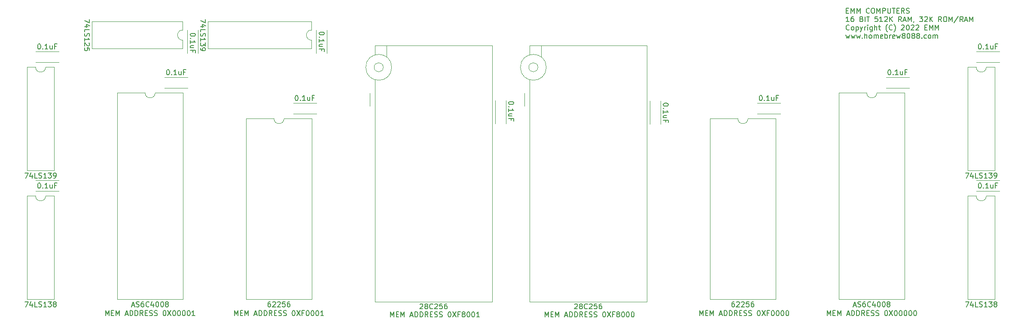
<source format=gbr>
G04 #@! TF.GenerationSoftware,KiCad,Pcbnew,(5.1.8)-1*
G04 #@! TF.CreationDate,2021-12-06T13:40:29-07:00*
G04 #@! TF.ProjectId,512k,3531326b-2e6b-4696-9361-645f70636258,rev?*
G04 #@! TF.SameCoordinates,Original*
G04 #@! TF.FileFunction,Legend,Top*
G04 #@! TF.FilePolarity,Positive*
%FSLAX46Y46*%
G04 Gerber Fmt 4.6, Leading zero omitted, Abs format (unit mm)*
G04 Created by KiCad (PCBNEW (5.1.8)-1) date 2021-12-06 13:40:29*
%MOMM*%
%LPD*%
G01*
G04 APERTURE LIST*
%ADD10C,0.150000*%
%ADD11C,0.120000*%
G04 APERTURE END LIST*
D10*
X2890665Y-121584980D02*
X2890665Y-120584980D01*
X3223999Y-121299266D01*
X3557332Y-120584980D01*
X3557332Y-121584980D01*
X4033522Y-121061171D02*
X4366856Y-121061171D01*
X4509713Y-121584980D02*
X4033522Y-121584980D01*
X4033522Y-120584980D01*
X4509713Y-120584980D01*
X4938284Y-121584980D02*
X4938284Y-120584980D01*
X5271618Y-121299266D01*
X5604951Y-120584980D01*
X5604951Y-121584980D01*
X6795427Y-121299266D02*
X7271618Y-121299266D01*
X6700189Y-121584980D02*
X7033522Y-120584980D01*
X7366856Y-121584980D01*
X7700189Y-121584980D02*
X7700189Y-120584980D01*
X7938284Y-120584980D01*
X8081141Y-120632600D01*
X8176380Y-120727838D01*
X8223999Y-120823076D01*
X8271618Y-121013552D01*
X8271618Y-121156409D01*
X8223999Y-121346885D01*
X8176380Y-121442123D01*
X8081141Y-121537361D01*
X7938284Y-121584980D01*
X7700189Y-121584980D01*
X8700189Y-121584980D02*
X8700189Y-120584980D01*
X8938284Y-120584980D01*
X9081141Y-120632600D01*
X9176380Y-120727838D01*
X9223999Y-120823076D01*
X9271618Y-121013552D01*
X9271618Y-121156409D01*
X9223999Y-121346885D01*
X9176380Y-121442123D01*
X9081141Y-121537361D01*
X8938284Y-121584980D01*
X8700189Y-121584980D01*
X10271618Y-121584980D02*
X9938284Y-121108790D01*
X9700189Y-121584980D02*
X9700189Y-120584980D01*
X10081141Y-120584980D01*
X10176380Y-120632600D01*
X10223999Y-120680219D01*
X10271618Y-120775457D01*
X10271618Y-120918314D01*
X10223999Y-121013552D01*
X10176380Y-121061171D01*
X10081141Y-121108790D01*
X9700189Y-121108790D01*
X10700189Y-121061171D02*
X11033522Y-121061171D01*
X11176380Y-121584980D02*
X10700189Y-121584980D01*
X10700189Y-120584980D01*
X11176380Y-120584980D01*
X11557332Y-121537361D02*
X11700189Y-121584980D01*
X11938284Y-121584980D01*
X12033522Y-121537361D01*
X12081141Y-121489742D01*
X12128760Y-121394504D01*
X12128760Y-121299266D01*
X12081141Y-121204028D01*
X12033522Y-121156409D01*
X11938284Y-121108790D01*
X11747808Y-121061171D01*
X11652570Y-121013552D01*
X11604951Y-120965933D01*
X11557332Y-120870695D01*
X11557332Y-120775457D01*
X11604951Y-120680219D01*
X11652570Y-120632600D01*
X11747808Y-120584980D01*
X11985903Y-120584980D01*
X12128760Y-120632600D01*
X12509713Y-121537361D02*
X12652570Y-121584980D01*
X12890665Y-121584980D01*
X12985903Y-121537361D01*
X13033522Y-121489742D01*
X13081141Y-121394504D01*
X13081141Y-121299266D01*
X13033522Y-121204028D01*
X12985903Y-121156409D01*
X12890665Y-121108790D01*
X12700189Y-121061171D01*
X12604951Y-121013552D01*
X12557332Y-120965933D01*
X12509713Y-120870695D01*
X12509713Y-120775457D01*
X12557332Y-120680219D01*
X12604951Y-120632600D01*
X12700189Y-120584980D01*
X12938284Y-120584980D01*
X13081141Y-120632600D01*
X14462094Y-120584980D02*
X14557332Y-120584980D01*
X14652570Y-120632600D01*
X14700189Y-120680219D01*
X14747808Y-120775457D01*
X14795427Y-120965933D01*
X14795427Y-121204028D01*
X14747808Y-121394504D01*
X14700189Y-121489742D01*
X14652570Y-121537361D01*
X14557332Y-121584980D01*
X14462094Y-121584980D01*
X14366856Y-121537361D01*
X14319237Y-121489742D01*
X14271618Y-121394504D01*
X14223999Y-121204028D01*
X14223999Y-120965933D01*
X14271618Y-120775457D01*
X14319237Y-120680219D01*
X14366856Y-120632600D01*
X14462094Y-120584980D01*
X15128760Y-120584980D02*
X15795427Y-121584980D01*
X15795427Y-120584980D02*
X15128760Y-121584980D01*
X16366856Y-120584980D02*
X16462094Y-120584980D01*
X16557332Y-120632600D01*
X16604951Y-120680219D01*
X16652570Y-120775457D01*
X16700189Y-120965933D01*
X16700189Y-121204028D01*
X16652570Y-121394504D01*
X16604951Y-121489742D01*
X16557332Y-121537361D01*
X16462094Y-121584980D01*
X16366856Y-121584980D01*
X16271618Y-121537361D01*
X16223999Y-121489742D01*
X16176379Y-121394504D01*
X16128760Y-121204028D01*
X16128760Y-120965933D01*
X16176379Y-120775457D01*
X16223999Y-120680219D01*
X16271618Y-120632600D01*
X16366856Y-120584980D01*
X17319237Y-120584980D02*
X17414475Y-120584980D01*
X17509713Y-120632600D01*
X17557332Y-120680219D01*
X17604951Y-120775457D01*
X17652570Y-120965933D01*
X17652570Y-121204028D01*
X17604951Y-121394504D01*
X17557332Y-121489742D01*
X17509713Y-121537361D01*
X17414475Y-121584980D01*
X17319237Y-121584980D01*
X17223999Y-121537361D01*
X17176379Y-121489742D01*
X17128760Y-121394504D01*
X17081141Y-121204028D01*
X17081141Y-120965933D01*
X17128760Y-120775457D01*
X17176379Y-120680219D01*
X17223999Y-120632600D01*
X17319237Y-120584980D01*
X18271618Y-120584980D02*
X18366856Y-120584980D01*
X18462094Y-120632600D01*
X18509713Y-120680219D01*
X18557332Y-120775457D01*
X18604951Y-120965933D01*
X18604951Y-121204028D01*
X18557332Y-121394504D01*
X18509713Y-121489742D01*
X18462094Y-121537361D01*
X18366856Y-121584980D01*
X18271618Y-121584980D01*
X18176379Y-121537361D01*
X18128760Y-121489742D01*
X18081141Y-121394504D01*
X18033522Y-121204028D01*
X18033522Y-120965933D01*
X18081141Y-120775457D01*
X18128760Y-120680219D01*
X18176379Y-120632600D01*
X18271618Y-120584980D01*
X19223999Y-120584980D02*
X19319237Y-120584980D01*
X19414475Y-120632600D01*
X19462094Y-120680219D01*
X19509713Y-120775457D01*
X19557332Y-120965933D01*
X19557332Y-121204028D01*
X19509713Y-121394504D01*
X19462094Y-121489742D01*
X19414475Y-121537361D01*
X19319237Y-121584980D01*
X19223999Y-121584980D01*
X19128760Y-121537361D01*
X19081141Y-121489742D01*
X19033522Y-121394504D01*
X18985903Y-121204028D01*
X18985903Y-120965933D01*
X19033522Y-120775457D01*
X19081141Y-120680219D01*
X19128760Y-120632600D01*
X19223999Y-120584980D01*
X20509713Y-121584980D02*
X19938284Y-121584980D01*
X20223999Y-121584980D02*
X20223999Y-120584980D01*
X20128760Y-120727838D01*
X20033522Y-120823076D01*
X19938284Y-120870695D01*
X28338284Y-121584980D02*
X28338284Y-120584980D01*
X28671618Y-121299266D01*
X29004951Y-120584980D01*
X29004951Y-121584980D01*
X29481141Y-121061171D02*
X29814475Y-121061171D01*
X29957332Y-121584980D02*
X29481141Y-121584980D01*
X29481141Y-120584980D01*
X29957332Y-120584980D01*
X30385903Y-121584980D02*
X30385903Y-120584980D01*
X30719237Y-121299266D01*
X31052570Y-120584980D01*
X31052570Y-121584980D01*
X32243046Y-121299266D02*
X32719237Y-121299266D01*
X32147808Y-121584980D02*
X32481141Y-120584980D01*
X32814475Y-121584980D01*
X33147808Y-121584980D02*
X33147808Y-120584980D01*
X33385903Y-120584980D01*
X33528760Y-120632600D01*
X33623999Y-120727838D01*
X33671618Y-120823076D01*
X33719237Y-121013552D01*
X33719237Y-121156409D01*
X33671618Y-121346885D01*
X33623999Y-121442123D01*
X33528760Y-121537361D01*
X33385903Y-121584980D01*
X33147808Y-121584980D01*
X34147808Y-121584980D02*
X34147808Y-120584980D01*
X34385903Y-120584980D01*
X34528760Y-120632600D01*
X34623999Y-120727838D01*
X34671618Y-120823076D01*
X34719237Y-121013552D01*
X34719237Y-121156409D01*
X34671618Y-121346885D01*
X34623999Y-121442123D01*
X34528760Y-121537361D01*
X34385903Y-121584980D01*
X34147808Y-121584980D01*
X35719237Y-121584980D02*
X35385903Y-121108790D01*
X35147808Y-121584980D02*
X35147808Y-120584980D01*
X35528760Y-120584980D01*
X35623999Y-120632600D01*
X35671618Y-120680219D01*
X35719237Y-120775457D01*
X35719237Y-120918314D01*
X35671618Y-121013552D01*
X35623999Y-121061171D01*
X35528760Y-121108790D01*
X35147808Y-121108790D01*
X36147808Y-121061171D02*
X36481141Y-121061171D01*
X36623999Y-121584980D02*
X36147808Y-121584980D01*
X36147808Y-120584980D01*
X36623999Y-120584980D01*
X37004951Y-121537361D02*
X37147808Y-121584980D01*
X37385903Y-121584980D01*
X37481141Y-121537361D01*
X37528760Y-121489742D01*
X37576380Y-121394504D01*
X37576380Y-121299266D01*
X37528760Y-121204028D01*
X37481141Y-121156409D01*
X37385903Y-121108790D01*
X37195427Y-121061171D01*
X37100189Y-121013552D01*
X37052570Y-120965933D01*
X37004951Y-120870695D01*
X37004951Y-120775457D01*
X37052570Y-120680219D01*
X37100189Y-120632600D01*
X37195427Y-120584980D01*
X37433522Y-120584980D01*
X37576380Y-120632600D01*
X37957332Y-121537361D02*
X38100189Y-121584980D01*
X38338284Y-121584980D01*
X38433522Y-121537361D01*
X38481141Y-121489742D01*
X38528760Y-121394504D01*
X38528760Y-121299266D01*
X38481141Y-121204028D01*
X38433522Y-121156409D01*
X38338284Y-121108790D01*
X38147808Y-121061171D01*
X38052570Y-121013552D01*
X38004951Y-120965933D01*
X37957332Y-120870695D01*
X37957332Y-120775457D01*
X38004951Y-120680219D01*
X38052570Y-120632600D01*
X38147808Y-120584980D01*
X38385903Y-120584980D01*
X38528760Y-120632600D01*
X39909713Y-120584980D02*
X40004951Y-120584980D01*
X40100189Y-120632600D01*
X40147808Y-120680219D01*
X40195427Y-120775457D01*
X40243046Y-120965933D01*
X40243046Y-121204028D01*
X40195427Y-121394504D01*
X40147808Y-121489742D01*
X40100189Y-121537361D01*
X40004951Y-121584980D01*
X39909713Y-121584980D01*
X39814475Y-121537361D01*
X39766856Y-121489742D01*
X39719237Y-121394504D01*
X39671618Y-121204028D01*
X39671618Y-120965933D01*
X39719237Y-120775457D01*
X39766856Y-120680219D01*
X39814475Y-120632600D01*
X39909713Y-120584980D01*
X40576380Y-120584980D02*
X41243046Y-121584980D01*
X41243046Y-120584980D02*
X40576380Y-121584980D01*
X41957332Y-121061171D02*
X41623999Y-121061171D01*
X41623999Y-121584980D02*
X41623999Y-120584980D01*
X42100189Y-120584980D01*
X42671618Y-120584980D02*
X42766856Y-120584980D01*
X42862094Y-120632600D01*
X42909713Y-120680219D01*
X42957332Y-120775457D01*
X43004951Y-120965933D01*
X43004951Y-121204028D01*
X42957332Y-121394504D01*
X42909713Y-121489742D01*
X42862094Y-121537361D01*
X42766856Y-121584980D01*
X42671618Y-121584980D01*
X42576379Y-121537361D01*
X42528760Y-121489742D01*
X42481141Y-121394504D01*
X42433522Y-121204028D01*
X42433522Y-120965933D01*
X42481141Y-120775457D01*
X42528760Y-120680219D01*
X42576379Y-120632600D01*
X42671618Y-120584980D01*
X43623999Y-120584980D02*
X43719237Y-120584980D01*
X43814475Y-120632600D01*
X43862094Y-120680219D01*
X43909713Y-120775457D01*
X43957332Y-120965933D01*
X43957332Y-121204028D01*
X43909713Y-121394504D01*
X43862094Y-121489742D01*
X43814475Y-121537361D01*
X43719237Y-121584980D01*
X43623999Y-121584980D01*
X43528760Y-121537361D01*
X43481141Y-121489742D01*
X43433522Y-121394504D01*
X43385903Y-121204028D01*
X43385903Y-120965933D01*
X43433522Y-120775457D01*
X43481141Y-120680219D01*
X43528760Y-120632600D01*
X43623999Y-120584980D01*
X44576379Y-120584980D02*
X44671618Y-120584980D01*
X44766856Y-120632600D01*
X44814475Y-120680219D01*
X44862094Y-120775457D01*
X44909713Y-120965933D01*
X44909713Y-121204028D01*
X44862094Y-121394504D01*
X44814475Y-121489742D01*
X44766856Y-121537361D01*
X44671618Y-121584980D01*
X44576379Y-121584980D01*
X44481141Y-121537361D01*
X44433522Y-121489742D01*
X44385903Y-121394504D01*
X44338284Y-121204028D01*
X44338284Y-120965933D01*
X44385903Y-120775457D01*
X44433522Y-120680219D01*
X44481141Y-120632600D01*
X44576379Y-120584980D01*
X45862094Y-121584980D02*
X45290665Y-121584980D01*
X45576379Y-121584980D02*
X45576379Y-120584980D01*
X45481141Y-120727838D01*
X45385903Y-120823076D01*
X45290665Y-120870695D01*
X59072284Y-121838980D02*
X59072284Y-120838980D01*
X59405618Y-121553266D01*
X59738951Y-120838980D01*
X59738951Y-121838980D01*
X60215141Y-121315171D02*
X60548475Y-121315171D01*
X60691332Y-121838980D02*
X60215141Y-121838980D01*
X60215141Y-120838980D01*
X60691332Y-120838980D01*
X61119903Y-121838980D02*
X61119903Y-120838980D01*
X61453237Y-121553266D01*
X61786570Y-120838980D01*
X61786570Y-121838980D01*
X62977046Y-121553266D02*
X63453237Y-121553266D01*
X62881808Y-121838980D02*
X63215141Y-120838980D01*
X63548475Y-121838980D01*
X63881808Y-121838980D02*
X63881808Y-120838980D01*
X64119903Y-120838980D01*
X64262760Y-120886600D01*
X64357999Y-120981838D01*
X64405618Y-121077076D01*
X64453237Y-121267552D01*
X64453237Y-121410409D01*
X64405618Y-121600885D01*
X64357999Y-121696123D01*
X64262760Y-121791361D01*
X64119903Y-121838980D01*
X63881808Y-121838980D01*
X64881808Y-121838980D02*
X64881808Y-120838980D01*
X65119903Y-120838980D01*
X65262760Y-120886600D01*
X65357999Y-120981838D01*
X65405618Y-121077076D01*
X65453237Y-121267552D01*
X65453237Y-121410409D01*
X65405618Y-121600885D01*
X65357999Y-121696123D01*
X65262760Y-121791361D01*
X65119903Y-121838980D01*
X64881808Y-121838980D01*
X66453237Y-121838980D02*
X66119903Y-121362790D01*
X65881808Y-121838980D02*
X65881808Y-120838980D01*
X66262760Y-120838980D01*
X66357999Y-120886600D01*
X66405618Y-120934219D01*
X66453237Y-121029457D01*
X66453237Y-121172314D01*
X66405618Y-121267552D01*
X66357999Y-121315171D01*
X66262760Y-121362790D01*
X65881808Y-121362790D01*
X66881808Y-121315171D02*
X67215141Y-121315171D01*
X67357999Y-121838980D02*
X66881808Y-121838980D01*
X66881808Y-120838980D01*
X67357999Y-120838980D01*
X67738951Y-121791361D02*
X67881808Y-121838980D01*
X68119903Y-121838980D01*
X68215141Y-121791361D01*
X68262760Y-121743742D01*
X68310380Y-121648504D01*
X68310380Y-121553266D01*
X68262760Y-121458028D01*
X68215141Y-121410409D01*
X68119903Y-121362790D01*
X67929427Y-121315171D01*
X67834189Y-121267552D01*
X67786570Y-121219933D01*
X67738951Y-121124695D01*
X67738951Y-121029457D01*
X67786570Y-120934219D01*
X67834189Y-120886600D01*
X67929427Y-120838980D01*
X68167522Y-120838980D01*
X68310380Y-120886600D01*
X68691332Y-121791361D02*
X68834189Y-121838980D01*
X69072284Y-121838980D01*
X69167522Y-121791361D01*
X69215141Y-121743742D01*
X69262760Y-121648504D01*
X69262760Y-121553266D01*
X69215141Y-121458028D01*
X69167522Y-121410409D01*
X69072284Y-121362790D01*
X68881808Y-121315171D01*
X68786570Y-121267552D01*
X68738951Y-121219933D01*
X68691332Y-121124695D01*
X68691332Y-121029457D01*
X68738951Y-120934219D01*
X68786570Y-120886600D01*
X68881808Y-120838980D01*
X69119903Y-120838980D01*
X69262760Y-120886600D01*
X70643713Y-120838980D02*
X70738951Y-120838980D01*
X70834189Y-120886600D01*
X70881808Y-120934219D01*
X70929427Y-121029457D01*
X70977046Y-121219933D01*
X70977046Y-121458028D01*
X70929427Y-121648504D01*
X70881808Y-121743742D01*
X70834189Y-121791361D01*
X70738951Y-121838980D01*
X70643713Y-121838980D01*
X70548475Y-121791361D01*
X70500856Y-121743742D01*
X70453237Y-121648504D01*
X70405618Y-121458028D01*
X70405618Y-121219933D01*
X70453237Y-121029457D01*
X70500856Y-120934219D01*
X70548475Y-120886600D01*
X70643713Y-120838980D01*
X71310380Y-120838980D02*
X71977046Y-121838980D01*
X71977046Y-120838980D02*
X71310380Y-121838980D01*
X72691332Y-121315171D02*
X72357999Y-121315171D01*
X72357999Y-121838980D02*
X72357999Y-120838980D01*
X72834189Y-120838980D01*
X73357999Y-121267552D02*
X73262760Y-121219933D01*
X73215141Y-121172314D01*
X73167522Y-121077076D01*
X73167522Y-121029457D01*
X73215141Y-120934219D01*
X73262760Y-120886600D01*
X73357999Y-120838980D01*
X73548475Y-120838980D01*
X73643713Y-120886600D01*
X73691332Y-120934219D01*
X73738951Y-121029457D01*
X73738951Y-121077076D01*
X73691332Y-121172314D01*
X73643713Y-121219933D01*
X73548475Y-121267552D01*
X73357999Y-121267552D01*
X73262760Y-121315171D01*
X73215141Y-121362790D01*
X73167522Y-121458028D01*
X73167522Y-121648504D01*
X73215141Y-121743742D01*
X73262760Y-121791361D01*
X73357999Y-121838980D01*
X73548475Y-121838980D01*
X73643713Y-121791361D01*
X73691332Y-121743742D01*
X73738951Y-121648504D01*
X73738951Y-121458028D01*
X73691332Y-121362790D01*
X73643713Y-121315171D01*
X73548475Y-121267552D01*
X74357999Y-120838980D02*
X74453237Y-120838980D01*
X74548475Y-120886600D01*
X74596094Y-120934219D01*
X74643713Y-121029457D01*
X74691332Y-121219933D01*
X74691332Y-121458028D01*
X74643713Y-121648504D01*
X74596094Y-121743742D01*
X74548475Y-121791361D01*
X74453237Y-121838980D01*
X74357999Y-121838980D01*
X74262760Y-121791361D01*
X74215141Y-121743742D01*
X74167522Y-121648504D01*
X74119903Y-121458028D01*
X74119903Y-121219933D01*
X74167522Y-121029457D01*
X74215141Y-120934219D01*
X74262760Y-120886600D01*
X74357999Y-120838980D01*
X75310380Y-120838980D02*
X75405618Y-120838980D01*
X75500856Y-120886600D01*
X75548475Y-120934219D01*
X75596094Y-121029457D01*
X75643713Y-121219933D01*
X75643713Y-121458028D01*
X75596094Y-121648504D01*
X75548475Y-121743742D01*
X75500856Y-121791361D01*
X75405618Y-121838980D01*
X75310380Y-121838980D01*
X75215141Y-121791361D01*
X75167522Y-121743742D01*
X75119903Y-121648504D01*
X75072284Y-121458028D01*
X75072284Y-121219933D01*
X75119903Y-121029457D01*
X75167522Y-120934219D01*
X75215141Y-120886600D01*
X75310380Y-120838980D01*
X76596094Y-121838980D02*
X76024665Y-121838980D01*
X76310380Y-121838980D02*
X76310380Y-120838980D01*
X76215141Y-120981838D01*
X76119903Y-121077076D01*
X76024665Y-121124695D01*
X89552284Y-121838980D02*
X89552284Y-120838980D01*
X89885618Y-121553266D01*
X90218951Y-120838980D01*
X90218951Y-121838980D01*
X90695141Y-121315171D02*
X91028475Y-121315171D01*
X91171332Y-121838980D02*
X90695141Y-121838980D01*
X90695141Y-120838980D01*
X91171332Y-120838980D01*
X91599903Y-121838980D02*
X91599903Y-120838980D01*
X91933237Y-121553266D01*
X92266570Y-120838980D01*
X92266570Y-121838980D01*
X93457046Y-121553266D02*
X93933237Y-121553266D01*
X93361808Y-121838980D02*
X93695141Y-120838980D01*
X94028475Y-121838980D01*
X94361808Y-121838980D02*
X94361808Y-120838980D01*
X94599903Y-120838980D01*
X94742760Y-120886600D01*
X94837999Y-120981838D01*
X94885618Y-121077076D01*
X94933237Y-121267552D01*
X94933237Y-121410409D01*
X94885618Y-121600885D01*
X94837999Y-121696123D01*
X94742760Y-121791361D01*
X94599903Y-121838980D01*
X94361808Y-121838980D01*
X95361808Y-121838980D02*
X95361808Y-120838980D01*
X95599903Y-120838980D01*
X95742760Y-120886600D01*
X95837999Y-120981838D01*
X95885618Y-121077076D01*
X95933237Y-121267552D01*
X95933237Y-121410409D01*
X95885618Y-121600885D01*
X95837999Y-121696123D01*
X95742760Y-121791361D01*
X95599903Y-121838980D01*
X95361808Y-121838980D01*
X96933237Y-121838980D02*
X96599903Y-121362790D01*
X96361808Y-121838980D02*
X96361808Y-120838980D01*
X96742760Y-120838980D01*
X96837999Y-120886600D01*
X96885618Y-120934219D01*
X96933237Y-121029457D01*
X96933237Y-121172314D01*
X96885618Y-121267552D01*
X96837999Y-121315171D01*
X96742760Y-121362790D01*
X96361808Y-121362790D01*
X97361808Y-121315171D02*
X97695141Y-121315171D01*
X97837999Y-121838980D02*
X97361808Y-121838980D01*
X97361808Y-120838980D01*
X97837999Y-120838980D01*
X98218951Y-121791361D02*
X98361808Y-121838980D01*
X98599903Y-121838980D01*
X98695141Y-121791361D01*
X98742760Y-121743742D01*
X98790380Y-121648504D01*
X98790380Y-121553266D01*
X98742760Y-121458028D01*
X98695141Y-121410409D01*
X98599903Y-121362790D01*
X98409427Y-121315171D01*
X98314189Y-121267552D01*
X98266570Y-121219933D01*
X98218951Y-121124695D01*
X98218951Y-121029457D01*
X98266570Y-120934219D01*
X98314189Y-120886600D01*
X98409427Y-120838980D01*
X98647522Y-120838980D01*
X98790380Y-120886600D01*
X99171332Y-121791361D02*
X99314189Y-121838980D01*
X99552284Y-121838980D01*
X99647522Y-121791361D01*
X99695141Y-121743742D01*
X99742760Y-121648504D01*
X99742760Y-121553266D01*
X99695141Y-121458028D01*
X99647522Y-121410409D01*
X99552284Y-121362790D01*
X99361808Y-121315171D01*
X99266570Y-121267552D01*
X99218951Y-121219933D01*
X99171332Y-121124695D01*
X99171332Y-121029457D01*
X99218951Y-120934219D01*
X99266570Y-120886600D01*
X99361808Y-120838980D01*
X99599903Y-120838980D01*
X99742760Y-120886600D01*
X101123713Y-120838980D02*
X101218951Y-120838980D01*
X101314189Y-120886600D01*
X101361808Y-120934219D01*
X101409427Y-121029457D01*
X101457046Y-121219933D01*
X101457046Y-121458028D01*
X101409427Y-121648504D01*
X101361808Y-121743742D01*
X101314189Y-121791361D01*
X101218951Y-121838980D01*
X101123713Y-121838980D01*
X101028475Y-121791361D01*
X100980856Y-121743742D01*
X100933237Y-121648504D01*
X100885618Y-121458028D01*
X100885618Y-121219933D01*
X100933237Y-121029457D01*
X100980856Y-120934219D01*
X101028475Y-120886600D01*
X101123713Y-120838980D01*
X101790380Y-120838980D02*
X102457046Y-121838980D01*
X102457046Y-120838980D02*
X101790380Y-121838980D01*
X103171332Y-121315171D02*
X102837999Y-121315171D01*
X102837999Y-121838980D02*
X102837999Y-120838980D01*
X103314189Y-120838980D01*
X103837999Y-121267552D02*
X103742760Y-121219933D01*
X103695141Y-121172314D01*
X103647522Y-121077076D01*
X103647522Y-121029457D01*
X103695141Y-120934219D01*
X103742760Y-120886600D01*
X103837999Y-120838980D01*
X104028475Y-120838980D01*
X104123713Y-120886600D01*
X104171332Y-120934219D01*
X104218951Y-121029457D01*
X104218951Y-121077076D01*
X104171332Y-121172314D01*
X104123713Y-121219933D01*
X104028475Y-121267552D01*
X103837999Y-121267552D01*
X103742760Y-121315171D01*
X103695141Y-121362790D01*
X103647522Y-121458028D01*
X103647522Y-121648504D01*
X103695141Y-121743742D01*
X103742760Y-121791361D01*
X103837999Y-121838980D01*
X104028475Y-121838980D01*
X104123713Y-121791361D01*
X104171332Y-121743742D01*
X104218951Y-121648504D01*
X104218951Y-121458028D01*
X104171332Y-121362790D01*
X104123713Y-121315171D01*
X104028475Y-121267552D01*
X104837999Y-120838980D02*
X104933237Y-120838980D01*
X105028475Y-120886600D01*
X105076094Y-120934219D01*
X105123713Y-121029457D01*
X105171332Y-121219933D01*
X105171332Y-121458028D01*
X105123713Y-121648504D01*
X105076094Y-121743742D01*
X105028475Y-121791361D01*
X104933237Y-121838980D01*
X104837999Y-121838980D01*
X104742760Y-121791361D01*
X104695141Y-121743742D01*
X104647522Y-121648504D01*
X104599903Y-121458028D01*
X104599903Y-121219933D01*
X104647522Y-121029457D01*
X104695141Y-120934219D01*
X104742760Y-120886600D01*
X104837999Y-120838980D01*
X105790380Y-120838980D02*
X105885618Y-120838980D01*
X105980856Y-120886600D01*
X106028475Y-120934219D01*
X106076094Y-121029457D01*
X106123713Y-121219933D01*
X106123713Y-121458028D01*
X106076094Y-121648504D01*
X106028475Y-121743742D01*
X105980856Y-121791361D01*
X105885618Y-121838980D01*
X105790380Y-121838980D01*
X105695141Y-121791361D01*
X105647522Y-121743742D01*
X105599903Y-121648504D01*
X105552284Y-121458028D01*
X105552284Y-121219933D01*
X105599903Y-121029457D01*
X105647522Y-120934219D01*
X105695141Y-120886600D01*
X105790380Y-120838980D01*
X106742760Y-120838980D02*
X106837999Y-120838980D01*
X106933237Y-120886600D01*
X106980856Y-120934219D01*
X107028475Y-121029457D01*
X107076094Y-121219933D01*
X107076094Y-121458028D01*
X107028475Y-121648504D01*
X106980856Y-121743742D01*
X106933237Y-121791361D01*
X106837999Y-121838980D01*
X106742760Y-121838980D01*
X106647522Y-121791361D01*
X106599903Y-121743742D01*
X106552284Y-121648504D01*
X106504665Y-121458028D01*
X106504665Y-121219933D01*
X106552284Y-121029457D01*
X106599903Y-120934219D01*
X106647522Y-120886600D01*
X106742760Y-120838980D01*
X145130665Y-121584980D02*
X145130665Y-120584980D01*
X145463999Y-121299266D01*
X145797332Y-120584980D01*
X145797332Y-121584980D01*
X146273522Y-121061171D02*
X146606856Y-121061171D01*
X146749713Y-121584980D02*
X146273522Y-121584980D01*
X146273522Y-120584980D01*
X146749713Y-120584980D01*
X147178284Y-121584980D02*
X147178284Y-120584980D01*
X147511618Y-121299266D01*
X147844951Y-120584980D01*
X147844951Y-121584980D01*
X149035427Y-121299266D02*
X149511618Y-121299266D01*
X148940189Y-121584980D02*
X149273522Y-120584980D01*
X149606856Y-121584980D01*
X149940189Y-121584980D02*
X149940189Y-120584980D01*
X150178284Y-120584980D01*
X150321141Y-120632600D01*
X150416380Y-120727838D01*
X150463999Y-120823076D01*
X150511618Y-121013552D01*
X150511618Y-121156409D01*
X150463999Y-121346885D01*
X150416380Y-121442123D01*
X150321141Y-121537361D01*
X150178284Y-121584980D01*
X149940189Y-121584980D01*
X150940189Y-121584980D02*
X150940189Y-120584980D01*
X151178284Y-120584980D01*
X151321141Y-120632600D01*
X151416380Y-120727838D01*
X151463999Y-120823076D01*
X151511618Y-121013552D01*
X151511618Y-121156409D01*
X151463999Y-121346885D01*
X151416380Y-121442123D01*
X151321141Y-121537361D01*
X151178284Y-121584980D01*
X150940189Y-121584980D01*
X152511618Y-121584980D02*
X152178284Y-121108790D01*
X151940189Y-121584980D02*
X151940189Y-120584980D01*
X152321141Y-120584980D01*
X152416380Y-120632600D01*
X152463999Y-120680219D01*
X152511618Y-120775457D01*
X152511618Y-120918314D01*
X152463999Y-121013552D01*
X152416380Y-121061171D01*
X152321141Y-121108790D01*
X151940189Y-121108790D01*
X152940189Y-121061171D02*
X153273522Y-121061171D01*
X153416380Y-121584980D02*
X152940189Y-121584980D01*
X152940189Y-120584980D01*
X153416380Y-120584980D01*
X153797332Y-121537361D02*
X153940189Y-121584980D01*
X154178284Y-121584980D01*
X154273522Y-121537361D01*
X154321141Y-121489742D01*
X154368760Y-121394504D01*
X154368760Y-121299266D01*
X154321141Y-121204028D01*
X154273522Y-121156409D01*
X154178284Y-121108790D01*
X153987808Y-121061171D01*
X153892570Y-121013552D01*
X153844951Y-120965933D01*
X153797332Y-120870695D01*
X153797332Y-120775457D01*
X153844951Y-120680219D01*
X153892570Y-120632600D01*
X153987808Y-120584980D01*
X154225903Y-120584980D01*
X154368760Y-120632600D01*
X154749713Y-121537361D02*
X154892570Y-121584980D01*
X155130665Y-121584980D01*
X155225903Y-121537361D01*
X155273522Y-121489742D01*
X155321141Y-121394504D01*
X155321141Y-121299266D01*
X155273522Y-121204028D01*
X155225903Y-121156409D01*
X155130665Y-121108790D01*
X154940189Y-121061171D01*
X154844951Y-121013552D01*
X154797332Y-120965933D01*
X154749713Y-120870695D01*
X154749713Y-120775457D01*
X154797332Y-120680219D01*
X154844951Y-120632600D01*
X154940189Y-120584980D01*
X155178284Y-120584980D01*
X155321141Y-120632600D01*
X156702094Y-120584980D02*
X156797332Y-120584980D01*
X156892570Y-120632600D01*
X156940189Y-120680219D01*
X156987808Y-120775457D01*
X157035427Y-120965933D01*
X157035427Y-121204028D01*
X156987808Y-121394504D01*
X156940189Y-121489742D01*
X156892570Y-121537361D01*
X156797332Y-121584980D01*
X156702094Y-121584980D01*
X156606856Y-121537361D01*
X156559237Y-121489742D01*
X156511618Y-121394504D01*
X156463999Y-121204028D01*
X156463999Y-120965933D01*
X156511618Y-120775457D01*
X156559237Y-120680219D01*
X156606856Y-120632600D01*
X156702094Y-120584980D01*
X157368760Y-120584980D02*
X158035427Y-121584980D01*
X158035427Y-120584980D02*
X157368760Y-121584980D01*
X158606856Y-120584980D02*
X158702094Y-120584980D01*
X158797332Y-120632600D01*
X158844951Y-120680219D01*
X158892570Y-120775457D01*
X158940189Y-120965933D01*
X158940189Y-121204028D01*
X158892570Y-121394504D01*
X158844951Y-121489742D01*
X158797332Y-121537361D01*
X158702094Y-121584980D01*
X158606856Y-121584980D01*
X158511618Y-121537361D01*
X158463999Y-121489742D01*
X158416380Y-121394504D01*
X158368760Y-121204028D01*
X158368760Y-120965933D01*
X158416380Y-120775457D01*
X158463999Y-120680219D01*
X158511618Y-120632600D01*
X158606856Y-120584980D01*
X159559237Y-120584980D02*
X159654475Y-120584980D01*
X159749713Y-120632600D01*
X159797332Y-120680219D01*
X159844951Y-120775457D01*
X159892570Y-120965933D01*
X159892570Y-121204028D01*
X159844951Y-121394504D01*
X159797332Y-121489742D01*
X159749713Y-121537361D01*
X159654475Y-121584980D01*
X159559237Y-121584980D01*
X159463999Y-121537361D01*
X159416380Y-121489742D01*
X159368760Y-121394504D01*
X159321141Y-121204028D01*
X159321141Y-120965933D01*
X159368760Y-120775457D01*
X159416380Y-120680219D01*
X159463999Y-120632600D01*
X159559237Y-120584980D01*
X160511618Y-120584980D02*
X160606856Y-120584980D01*
X160702094Y-120632600D01*
X160749713Y-120680219D01*
X160797332Y-120775457D01*
X160844951Y-120965933D01*
X160844951Y-121204028D01*
X160797332Y-121394504D01*
X160749713Y-121489742D01*
X160702094Y-121537361D01*
X160606856Y-121584980D01*
X160511618Y-121584980D01*
X160416380Y-121537361D01*
X160368760Y-121489742D01*
X160321141Y-121394504D01*
X160273522Y-121204028D01*
X160273522Y-120965933D01*
X160321141Y-120775457D01*
X160368760Y-120680219D01*
X160416380Y-120632600D01*
X160511618Y-120584980D01*
X161463999Y-120584980D02*
X161559237Y-120584980D01*
X161654475Y-120632600D01*
X161702094Y-120680219D01*
X161749713Y-120775457D01*
X161797332Y-120965933D01*
X161797332Y-121204028D01*
X161749713Y-121394504D01*
X161702094Y-121489742D01*
X161654475Y-121537361D01*
X161559237Y-121584980D01*
X161463999Y-121584980D01*
X161368760Y-121537361D01*
X161321141Y-121489742D01*
X161273522Y-121394504D01*
X161225903Y-121204028D01*
X161225903Y-120965933D01*
X161273522Y-120775457D01*
X161321141Y-120680219D01*
X161368760Y-120632600D01*
X161463999Y-120584980D01*
X162416380Y-120584980D02*
X162511618Y-120584980D01*
X162606856Y-120632600D01*
X162654475Y-120680219D01*
X162702094Y-120775457D01*
X162749713Y-120965933D01*
X162749713Y-121204028D01*
X162702094Y-121394504D01*
X162654475Y-121489742D01*
X162606856Y-121537361D01*
X162511618Y-121584980D01*
X162416380Y-121584980D01*
X162321141Y-121537361D01*
X162273522Y-121489742D01*
X162225903Y-121394504D01*
X162178284Y-121204028D01*
X162178284Y-120965933D01*
X162225903Y-120775457D01*
X162273522Y-120680219D01*
X162321141Y-120632600D01*
X162416380Y-120584980D01*
X148917975Y-61436171D02*
X149251308Y-61436171D01*
X149394165Y-61959980D02*
X148917975Y-61959980D01*
X148917975Y-60959980D01*
X149394165Y-60959980D01*
X149822737Y-61959980D02*
X149822737Y-60959980D01*
X150156070Y-61674266D01*
X150489403Y-60959980D01*
X150489403Y-61959980D01*
X150965594Y-61959980D02*
X150965594Y-60959980D01*
X151298927Y-61674266D01*
X151632260Y-60959980D01*
X151632260Y-61959980D01*
X153441784Y-61864742D02*
X153394165Y-61912361D01*
X153251308Y-61959980D01*
X153156070Y-61959980D01*
X153013213Y-61912361D01*
X152917975Y-61817123D01*
X152870356Y-61721885D01*
X152822737Y-61531409D01*
X152822737Y-61388552D01*
X152870356Y-61198076D01*
X152917975Y-61102838D01*
X153013213Y-61007600D01*
X153156070Y-60959980D01*
X153251308Y-60959980D01*
X153394165Y-61007600D01*
X153441784Y-61055219D01*
X154060832Y-60959980D02*
X154251308Y-60959980D01*
X154346546Y-61007600D01*
X154441784Y-61102838D01*
X154489403Y-61293314D01*
X154489403Y-61626647D01*
X154441784Y-61817123D01*
X154346546Y-61912361D01*
X154251308Y-61959980D01*
X154060832Y-61959980D01*
X153965594Y-61912361D01*
X153870356Y-61817123D01*
X153822737Y-61626647D01*
X153822737Y-61293314D01*
X153870356Y-61102838D01*
X153965594Y-61007600D01*
X154060832Y-60959980D01*
X154917975Y-61959980D02*
X154917975Y-60959980D01*
X155251308Y-61674266D01*
X155584641Y-60959980D01*
X155584641Y-61959980D01*
X156060832Y-61959980D02*
X156060832Y-60959980D01*
X156441784Y-60959980D01*
X156537022Y-61007600D01*
X156584641Y-61055219D01*
X156632260Y-61150457D01*
X156632260Y-61293314D01*
X156584641Y-61388552D01*
X156537022Y-61436171D01*
X156441784Y-61483790D01*
X156060832Y-61483790D01*
X157060832Y-60959980D02*
X157060832Y-61769504D01*
X157108451Y-61864742D01*
X157156070Y-61912361D01*
X157251308Y-61959980D01*
X157441784Y-61959980D01*
X157537022Y-61912361D01*
X157584641Y-61864742D01*
X157632260Y-61769504D01*
X157632260Y-60959980D01*
X157965594Y-60959980D02*
X158537022Y-60959980D01*
X158251308Y-61959980D02*
X158251308Y-60959980D01*
X158870356Y-61436171D02*
X159203689Y-61436171D01*
X159346546Y-61959980D02*
X158870356Y-61959980D01*
X158870356Y-60959980D01*
X159346546Y-60959980D01*
X160346546Y-61959980D02*
X160013213Y-61483790D01*
X159775118Y-61959980D02*
X159775118Y-60959980D01*
X160156070Y-60959980D01*
X160251308Y-61007600D01*
X160298927Y-61055219D01*
X160346546Y-61150457D01*
X160346546Y-61293314D01*
X160298927Y-61388552D01*
X160251308Y-61436171D01*
X160156070Y-61483790D01*
X159775118Y-61483790D01*
X160727499Y-61912361D02*
X160870356Y-61959980D01*
X161108451Y-61959980D01*
X161203689Y-61912361D01*
X161251308Y-61864742D01*
X161298927Y-61769504D01*
X161298927Y-61674266D01*
X161251308Y-61579028D01*
X161203689Y-61531409D01*
X161108451Y-61483790D01*
X160917975Y-61436171D01*
X160822737Y-61388552D01*
X160775118Y-61340933D01*
X160727499Y-61245695D01*
X160727499Y-61150457D01*
X160775118Y-61055219D01*
X160822737Y-61007600D01*
X160917975Y-60959980D01*
X161156070Y-60959980D01*
X161298927Y-61007600D01*
X149441784Y-63609980D02*
X148870356Y-63609980D01*
X149156070Y-63609980D02*
X149156070Y-62609980D01*
X149060832Y-62752838D01*
X148965594Y-62848076D01*
X148870356Y-62895695D01*
X150298927Y-62609980D02*
X150108451Y-62609980D01*
X150013213Y-62657600D01*
X149965594Y-62705219D01*
X149870356Y-62848076D01*
X149822737Y-63038552D01*
X149822737Y-63419504D01*
X149870356Y-63514742D01*
X149917975Y-63562361D01*
X150013213Y-63609980D01*
X150203689Y-63609980D01*
X150298927Y-63562361D01*
X150346546Y-63514742D01*
X150394165Y-63419504D01*
X150394165Y-63181409D01*
X150346546Y-63086171D01*
X150298927Y-63038552D01*
X150203689Y-62990933D01*
X150013213Y-62990933D01*
X149917975Y-63038552D01*
X149870356Y-63086171D01*
X149822737Y-63181409D01*
X151917975Y-63086171D02*
X152060832Y-63133790D01*
X152108451Y-63181409D01*
X152156070Y-63276647D01*
X152156070Y-63419504D01*
X152108451Y-63514742D01*
X152060832Y-63562361D01*
X151965594Y-63609980D01*
X151584641Y-63609980D01*
X151584641Y-62609980D01*
X151917975Y-62609980D01*
X152013213Y-62657600D01*
X152060832Y-62705219D01*
X152108451Y-62800457D01*
X152108451Y-62895695D01*
X152060832Y-62990933D01*
X152013213Y-63038552D01*
X151917975Y-63086171D01*
X151584641Y-63086171D01*
X152584641Y-63609980D02*
X152584641Y-62609980D01*
X152917975Y-62609980D02*
X153489403Y-62609980D01*
X153203689Y-63609980D02*
X153203689Y-62609980D01*
X155060832Y-62609980D02*
X154584641Y-62609980D01*
X154537022Y-63086171D01*
X154584641Y-63038552D01*
X154679880Y-62990933D01*
X154917975Y-62990933D01*
X155013213Y-63038552D01*
X155060832Y-63086171D01*
X155108451Y-63181409D01*
X155108451Y-63419504D01*
X155060832Y-63514742D01*
X155013213Y-63562361D01*
X154917975Y-63609980D01*
X154679880Y-63609980D01*
X154584641Y-63562361D01*
X154537022Y-63514742D01*
X156060832Y-63609980D02*
X155489403Y-63609980D01*
X155775118Y-63609980D02*
X155775118Y-62609980D01*
X155679880Y-62752838D01*
X155584641Y-62848076D01*
X155489403Y-62895695D01*
X156441784Y-62705219D02*
X156489403Y-62657600D01*
X156584641Y-62609980D01*
X156822737Y-62609980D01*
X156917975Y-62657600D01*
X156965594Y-62705219D01*
X157013213Y-62800457D01*
X157013213Y-62895695D01*
X156965594Y-63038552D01*
X156394165Y-63609980D01*
X157013213Y-63609980D01*
X157441784Y-63609980D02*
X157441784Y-62609980D01*
X158013213Y-63609980D02*
X157584641Y-63038552D01*
X158013213Y-62609980D02*
X157441784Y-63181409D01*
X159775118Y-63609980D02*
X159441784Y-63133790D01*
X159203689Y-63609980D02*
X159203689Y-62609980D01*
X159584641Y-62609980D01*
X159679880Y-62657600D01*
X159727499Y-62705219D01*
X159775118Y-62800457D01*
X159775118Y-62943314D01*
X159727499Y-63038552D01*
X159679880Y-63086171D01*
X159584641Y-63133790D01*
X159203689Y-63133790D01*
X160156070Y-63324266D02*
X160632260Y-63324266D01*
X160060832Y-63609980D02*
X160394165Y-62609980D01*
X160727499Y-63609980D01*
X161060832Y-63609980D02*
X161060832Y-62609980D01*
X161394165Y-63324266D01*
X161727499Y-62609980D01*
X161727499Y-63609980D01*
X162251308Y-63562361D02*
X162251308Y-63609980D01*
X162203689Y-63705219D01*
X162156070Y-63752838D01*
X163346546Y-62609980D02*
X163965594Y-62609980D01*
X163632260Y-62990933D01*
X163775118Y-62990933D01*
X163870356Y-63038552D01*
X163917975Y-63086171D01*
X163965594Y-63181409D01*
X163965594Y-63419504D01*
X163917975Y-63514742D01*
X163870356Y-63562361D01*
X163775118Y-63609980D01*
X163489403Y-63609980D01*
X163394165Y-63562361D01*
X163346546Y-63514742D01*
X164346546Y-62705219D02*
X164394165Y-62657600D01*
X164489403Y-62609980D01*
X164727499Y-62609980D01*
X164822737Y-62657600D01*
X164870356Y-62705219D01*
X164917975Y-62800457D01*
X164917975Y-62895695D01*
X164870356Y-63038552D01*
X164298927Y-63609980D01*
X164917975Y-63609980D01*
X165346546Y-63609980D02*
X165346546Y-62609980D01*
X165917975Y-63609980D02*
X165489403Y-63038552D01*
X165917975Y-62609980D02*
X165346546Y-63181409D01*
X167679880Y-63609980D02*
X167346546Y-63133790D01*
X167108451Y-63609980D02*
X167108451Y-62609980D01*
X167489403Y-62609980D01*
X167584641Y-62657600D01*
X167632260Y-62705219D01*
X167679880Y-62800457D01*
X167679880Y-62943314D01*
X167632260Y-63038552D01*
X167584641Y-63086171D01*
X167489403Y-63133790D01*
X167108451Y-63133790D01*
X168298927Y-62609980D02*
X168489403Y-62609980D01*
X168584641Y-62657600D01*
X168679880Y-62752838D01*
X168727499Y-62943314D01*
X168727499Y-63276647D01*
X168679880Y-63467123D01*
X168584641Y-63562361D01*
X168489403Y-63609980D01*
X168298927Y-63609980D01*
X168203689Y-63562361D01*
X168108451Y-63467123D01*
X168060832Y-63276647D01*
X168060832Y-62943314D01*
X168108451Y-62752838D01*
X168203689Y-62657600D01*
X168298927Y-62609980D01*
X169156070Y-63609980D02*
X169156070Y-62609980D01*
X169489403Y-63324266D01*
X169822737Y-62609980D01*
X169822737Y-63609980D01*
X171013213Y-62562361D02*
X170156070Y-63848076D01*
X171917975Y-63609980D02*
X171584641Y-63133790D01*
X171346546Y-63609980D02*
X171346546Y-62609980D01*
X171727499Y-62609980D01*
X171822737Y-62657600D01*
X171870356Y-62705219D01*
X171917975Y-62800457D01*
X171917975Y-62943314D01*
X171870356Y-63038552D01*
X171822737Y-63086171D01*
X171727499Y-63133790D01*
X171346546Y-63133790D01*
X172298927Y-63324266D02*
X172775118Y-63324266D01*
X172203689Y-63609980D02*
X172537022Y-62609980D01*
X172870356Y-63609980D01*
X173203689Y-63609980D02*
X173203689Y-62609980D01*
X173537022Y-63324266D01*
X173870356Y-62609980D01*
X173870356Y-63609980D01*
X149489403Y-65164742D02*
X149441784Y-65212361D01*
X149298927Y-65259980D01*
X149203689Y-65259980D01*
X149060832Y-65212361D01*
X148965594Y-65117123D01*
X148917975Y-65021885D01*
X148870356Y-64831409D01*
X148870356Y-64688552D01*
X148917975Y-64498076D01*
X148965594Y-64402838D01*
X149060832Y-64307600D01*
X149203689Y-64259980D01*
X149298927Y-64259980D01*
X149441784Y-64307600D01*
X149489403Y-64355219D01*
X150060832Y-65259980D02*
X149965594Y-65212361D01*
X149917975Y-65164742D01*
X149870356Y-65069504D01*
X149870356Y-64783790D01*
X149917975Y-64688552D01*
X149965594Y-64640933D01*
X150060832Y-64593314D01*
X150203689Y-64593314D01*
X150298927Y-64640933D01*
X150346546Y-64688552D01*
X150394165Y-64783790D01*
X150394165Y-65069504D01*
X150346546Y-65164742D01*
X150298927Y-65212361D01*
X150203689Y-65259980D01*
X150060832Y-65259980D01*
X150822737Y-64593314D02*
X150822737Y-65593314D01*
X150822737Y-64640933D02*
X150917975Y-64593314D01*
X151108451Y-64593314D01*
X151203689Y-64640933D01*
X151251308Y-64688552D01*
X151298927Y-64783790D01*
X151298927Y-65069504D01*
X151251308Y-65164742D01*
X151203689Y-65212361D01*
X151108451Y-65259980D01*
X150917975Y-65259980D01*
X150822737Y-65212361D01*
X151632260Y-64593314D02*
X151870356Y-65259980D01*
X152108451Y-64593314D02*
X151870356Y-65259980D01*
X151775118Y-65498076D01*
X151727499Y-65545695D01*
X151632260Y-65593314D01*
X152489403Y-65259980D02*
X152489403Y-64593314D01*
X152489403Y-64783790D02*
X152537022Y-64688552D01*
X152584641Y-64640933D01*
X152679880Y-64593314D01*
X152775118Y-64593314D01*
X153108451Y-65259980D02*
X153108451Y-64593314D01*
X153108451Y-64259980D02*
X153060832Y-64307600D01*
X153108451Y-64355219D01*
X153156070Y-64307600D01*
X153108451Y-64259980D01*
X153108451Y-64355219D01*
X154013213Y-64593314D02*
X154013213Y-65402838D01*
X153965594Y-65498076D01*
X153917975Y-65545695D01*
X153822737Y-65593314D01*
X153679880Y-65593314D01*
X153584641Y-65545695D01*
X154013213Y-65212361D02*
X153917975Y-65259980D01*
X153727499Y-65259980D01*
X153632260Y-65212361D01*
X153584641Y-65164742D01*
X153537022Y-65069504D01*
X153537022Y-64783790D01*
X153584641Y-64688552D01*
X153632260Y-64640933D01*
X153727499Y-64593314D01*
X153917975Y-64593314D01*
X154013213Y-64640933D01*
X154489403Y-65259980D02*
X154489403Y-64259980D01*
X154917975Y-65259980D02*
X154917975Y-64736171D01*
X154870356Y-64640933D01*
X154775118Y-64593314D01*
X154632260Y-64593314D01*
X154537022Y-64640933D01*
X154489403Y-64688552D01*
X155251308Y-64593314D02*
X155632260Y-64593314D01*
X155394165Y-64259980D02*
X155394165Y-65117123D01*
X155441784Y-65212361D01*
X155537022Y-65259980D01*
X155632260Y-65259980D01*
X157013213Y-65640933D02*
X156965594Y-65593314D01*
X156870356Y-65450457D01*
X156822737Y-65355219D01*
X156775118Y-65212361D01*
X156727499Y-64974266D01*
X156727499Y-64783790D01*
X156775118Y-64545695D01*
X156822737Y-64402838D01*
X156870356Y-64307600D01*
X156965594Y-64164742D01*
X157013213Y-64117123D01*
X157965594Y-65164742D02*
X157917975Y-65212361D01*
X157775118Y-65259980D01*
X157679880Y-65259980D01*
X157537022Y-65212361D01*
X157441784Y-65117123D01*
X157394165Y-65021885D01*
X157346546Y-64831409D01*
X157346546Y-64688552D01*
X157394165Y-64498076D01*
X157441784Y-64402838D01*
X157537022Y-64307600D01*
X157679880Y-64259980D01*
X157775118Y-64259980D01*
X157917975Y-64307600D01*
X157965594Y-64355219D01*
X158298927Y-65640933D02*
X158346546Y-65593314D01*
X158441784Y-65450457D01*
X158489403Y-65355219D01*
X158537022Y-65212361D01*
X158584641Y-64974266D01*
X158584641Y-64783790D01*
X158537022Y-64545695D01*
X158489403Y-64402838D01*
X158441784Y-64307600D01*
X158346546Y-64164742D01*
X158298927Y-64117123D01*
X159775118Y-64355219D02*
X159822737Y-64307600D01*
X159917975Y-64259980D01*
X160156070Y-64259980D01*
X160251308Y-64307600D01*
X160298927Y-64355219D01*
X160346546Y-64450457D01*
X160346546Y-64545695D01*
X160298927Y-64688552D01*
X159727499Y-65259980D01*
X160346546Y-65259980D01*
X160965594Y-64259980D02*
X161060832Y-64259980D01*
X161156070Y-64307600D01*
X161203689Y-64355219D01*
X161251308Y-64450457D01*
X161298927Y-64640933D01*
X161298927Y-64879028D01*
X161251308Y-65069504D01*
X161203689Y-65164742D01*
X161156070Y-65212361D01*
X161060832Y-65259980D01*
X160965594Y-65259980D01*
X160870356Y-65212361D01*
X160822737Y-65164742D01*
X160775118Y-65069504D01*
X160727499Y-64879028D01*
X160727499Y-64640933D01*
X160775118Y-64450457D01*
X160822737Y-64355219D01*
X160870356Y-64307600D01*
X160965594Y-64259980D01*
X161679880Y-64355219D02*
X161727499Y-64307600D01*
X161822737Y-64259980D01*
X162060832Y-64259980D01*
X162156070Y-64307600D01*
X162203689Y-64355219D01*
X162251308Y-64450457D01*
X162251308Y-64545695D01*
X162203689Y-64688552D01*
X161632260Y-65259980D01*
X162251308Y-65259980D01*
X162632260Y-64355219D02*
X162679880Y-64307600D01*
X162775118Y-64259980D01*
X163013213Y-64259980D01*
X163108451Y-64307600D01*
X163156070Y-64355219D01*
X163203689Y-64450457D01*
X163203689Y-64545695D01*
X163156070Y-64688552D01*
X162584641Y-65259980D01*
X163203689Y-65259980D01*
X164394165Y-64736171D02*
X164727499Y-64736171D01*
X164870356Y-65259980D02*
X164394165Y-65259980D01*
X164394165Y-64259980D01*
X164870356Y-64259980D01*
X165298927Y-65259980D02*
X165298927Y-64259980D01*
X165632260Y-64974266D01*
X165965594Y-64259980D01*
X165965594Y-65259980D01*
X166441784Y-65259980D02*
X166441784Y-64259980D01*
X166775118Y-64974266D01*
X167108451Y-64259980D01*
X167108451Y-65259980D01*
X148822737Y-66243314D02*
X149013213Y-66909980D01*
X149203689Y-66433790D01*
X149394165Y-66909980D01*
X149584641Y-66243314D01*
X149870356Y-66243314D02*
X150060832Y-66909980D01*
X150251308Y-66433790D01*
X150441784Y-66909980D01*
X150632260Y-66243314D01*
X150917975Y-66243314D02*
X151108451Y-66909980D01*
X151298927Y-66433790D01*
X151489403Y-66909980D01*
X151679880Y-66243314D01*
X152060832Y-66814742D02*
X152108451Y-66862361D01*
X152060832Y-66909980D01*
X152013213Y-66862361D01*
X152060832Y-66814742D01*
X152060832Y-66909980D01*
X152537022Y-66909980D02*
X152537022Y-65909980D01*
X152965594Y-66909980D02*
X152965594Y-66386171D01*
X152917975Y-66290933D01*
X152822737Y-66243314D01*
X152679880Y-66243314D01*
X152584641Y-66290933D01*
X152537022Y-66338552D01*
X153584641Y-66909980D02*
X153489403Y-66862361D01*
X153441784Y-66814742D01*
X153394165Y-66719504D01*
X153394165Y-66433790D01*
X153441784Y-66338552D01*
X153489403Y-66290933D01*
X153584641Y-66243314D01*
X153727499Y-66243314D01*
X153822737Y-66290933D01*
X153870356Y-66338552D01*
X153917975Y-66433790D01*
X153917975Y-66719504D01*
X153870356Y-66814742D01*
X153822737Y-66862361D01*
X153727499Y-66909980D01*
X153584641Y-66909980D01*
X154346546Y-66909980D02*
X154346546Y-66243314D01*
X154346546Y-66338552D02*
X154394165Y-66290933D01*
X154489403Y-66243314D01*
X154632260Y-66243314D01*
X154727499Y-66290933D01*
X154775118Y-66386171D01*
X154775118Y-66909980D01*
X154775118Y-66386171D02*
X154822737Y-66290933D01*
X154917975Y-66243314D01*
X155060832Y-66243314D01*
X155156070Y-66290933D01*
X155203689Y-66386171D01*
X155203689Y-66909980D01*
X156060832Y-66862361D02*
X155965594Y-66909980D01*
X155775118Y-66909980D01*
X155679880Y-66862361D01*
X155632260Y-66767123D01*
X155632260Y-66386171D01*
X155679880Y-66290933D01*
X155775118Y-66243314D01*
X155965594Y-66243314D01*
X156060832Y-66290933D01*
X156108451Y-66386171D01*
X156108451Y-66481409D01*
X155632260Y-66576647D01*
X156537022Y-66909980D02*
X156537022Y-65909980D01*
X156537022Y-66290933D02*
X156632260Y-66243314D01*
X156822737Y-66243314D01*
X156917975Y-66290933D01*
X156965594Y-66338552D01*
X157013213Y-66433790D01*
X157013213Y-66719504D01*
X156965594Y-66814742D01*
X156917975Y-66862361D01*
X156822737Y-66909980D01*
X156632260Y-66909980D01*
X156537022Y-66862361D01*
X157441784Y-66909980D02*
X157441784Y-66243314D01*
X157441784Y-66433790D02*
X157489403Y-66338552D01*
X157537022Y-66290933D01*
X157632260Y-66243314D01*
X157727499Y-66243314D01*
X158441784Y-66862361D02*
X158346546Y-66909980D01*
X158156070Y-66909980D01*
X158060832Y-66862361D01*
X158013213Y-66767123D01*
X158013213Y-66386171D01*
X158060832Y-66290933D01*
X158156070Y-66243314D01*
X158346546Y-66243314D01*
X158441784Y-66290933D01*
X158489403Y-66386171D01*
X158489403Y-66481409D01*
X158013213Y-66576647D01*
X158822737Y-66243314D02*
X159013213Y-66909980D01*
X159203689Y-66433790D01*
X159394165Y-66909980D01*
X159584641Y-66243314D01*
X160108451Y-66338552D02*
X160013213Y-66290933D01*
X159965594Y-66243314D01*
X159917975Y-66148076D01*
X159917975Y-66100457D01*
X159965594Y-66005219D01*
X160013213Y-65957600D01*
X160108451Y-65909980D01*
X160298927Y-65909980D01*
X160394165Y-65957600D01*
X160441784Y-66005219D01*
X160489403Y-66100457D01*
X160489403Y-66148076D01*
X160441784Y-66243314D01*
X160394165Y-66290933D01*
X160298927Y-66338552D01*
X160108451Y-66338552D01*
X160013213Y-66386171D01*
X159965594Y-66433790D01*
X159917975Y-66529028D01*
X159917975Y-66719504D01*
X159965594Y-66814742D01*
X160013213Y-66862361D01*
X160108451Y-66909980D01*
X160298927Y-66909980D01*
X160394165Y-66862361D01*
X160441784Y-66814742D01*
X160489403Y-66719504D01*
X160489403Y-66529028D01*
X160441784Y-66433790D01*
X160394165Y-66386171D01*
X160298927Y-66338552D01*
X161108451Y-65909980D02*
X161203689Y-65909980D01*
X161298927Y-65957600D01*
X161346546Y-66005219D01*
X161394165Y-66100457D01*
X161441784Y-66290933D01*
X161441784Y-66529028D01*
X161394165Y-66719504D01*
X161346546Y-66814742D01*
X161298927Y-66862361D01*
X161203689Y-66909980D01*
X161108451Y-66909980D01*
X161013213Y-66862361D01*
X160965594Y-66814742D01*
X160917975Y-66719504D01*
X160870356Y-66529028D01*
X160870356Y-66290933D01*
X160917975Y-66100457D01*
X160965594Y-66005219D01*
X161013213Y-65957600D01*
X161108451Y-65909980D01*
X162013213Y-66338552D02*
X161917975Y-66290933D01*
X161870356Y-66243314D01*
X161822737Y-66148076D01*
X161822737Y-66100457D01*
X161870356Y-66005219D01*
X161917975Y-65957600D01*
X162013213Y-65909980D01*
X162203689Y-65909980D01*
X162298927Y-65957600D01*
X162346546Y-66005219D01*
X162394165Y-66100457D01*
X162394165Y-66148076D01*
X162346546Y-66243314D01*
X162298927Y-66290933D01*
X162203689Y-66338552D01*
X162013213Y-66338552D01*
X161917975Y-66386171D01*
X161870356Y-66433790D01*
X161822737Y-66529028D01*
X161822737Y-66719504D01*
X161870356Y-66814742D01*
X161917975Y-66862361D01*
X162013213Y-66909980D01*
X162203689Y-66909980D01*
X162298927Y-66862361D01*
X162346546Y-66814742D01*
X162394165Y-66719504D01*
X162394165Y-66529028D01*
X162346546Y-66433790D01*
X162298927Y-66386171D01*
X162203689Y-66338552D01*
X162965594Y-66338552D02*
X162870356Y-66290933D01*
X162822737Y-66243314D01*
X162775118Y-66148076D01*
X162775118Y-66100457D01*
X162822737Y-66005219D01*
X162870356Y-65957600D01*
X162965594Y-65909980D01*
X163156070Y-65909980D01*
X163251308Y-65957600D01*
X163298927Y-66005219D01*
X163346546Y-66100457D01*
X163346546Y-66148076D01*
X163298927Y-66243314D01*
X163251308Y-66290933D01*
X163156070Y-66338552D01*
X162965594Y-66338552D01*
X162870356Y-66386171D01*
X162822737Y-66433790D01*
X162775118Y-66529028D01*
X162775118Y-66719504D01*
X162822737Y-66814742D01*
X162870356Y-66862361D01*
X162965594Y-66909980D01*
X163156070Y-66909980D01*
X163251308Y-66862361D01*
X163298927Y-66814742D01*
X163346546Y-66719504D01*
X163346546Y-66529028D01*
X163298927Y-66433790D01*
X163251308Y-66386171D01*
X163156070Y-66338552D01*
X163775118Y-66814742D02*
X163822737Y-66862361D01*
X163775118Y-66909980D01*
X163727499Y-66862361D01*
X163775118Y-66814742D01*
X163775118Y-66909980D01*
X164679880Y-66862361D02*
X164584641Y-66909980D01*
X164394165Y-66909980D01*
X164298927Y-66862361D01*
X164251308Y-66814742D01*
X164203689Y-66719504D01*
X164203689Y-66433790D01*
X164251308Y-66338552D01*
X164298927Y-66290933D01*
X164394165Y-66243314D01*
X164584641Y-66243314D01*
X164679880Y-66290933D01*
X165251308Y-66909980D02*
X165156070Y-66862361D01*
X165108451Y-66814742D01*
X165060832Y-66719504D01*
X165060832Y-66433790D01*
X165108451Y-66338552D01*
X165156070Y-66290933D01*
X165251308Y-66243314D01*
X165394165Y-66243314D01*
X165489403Y-66290933D01*
X165537022Y-66338552D01*
X165584641Y-66433790D01*
X165584641Y-66719504D01*
X165537022Y-66814742D01*
X165489403Y-66862361D01*
X165394165Y-66909980D01*
X165251308Y-66909980D01*
X166013213Y-66909980D02*
X166013213Y-66243314D01*
X166013213Y-66338552D02*
X166060832Y-66290933D01*
X166156070Y-66243314D01*
X166298927Y-66243314D01*
X166394165Y-66290933D01*
X166441784Y-66386171D01*
X166441784Y-66909980D01*
X166441784Y-66386171D02*
X166489403Y-66290933D01*
X166584641Y-66243314D01*
X166727499Y-66243314D01*
X166822737Y-66290933D01*
X166870356Y-66386171D01*
X166870356Y-66909980D01*
X120032284Y-121584980D02*
X120032284Y-120584980D01*
X120365618Y-121299266D01*
X120698951Y-120584980D01*
X120698951Y-121584980D01*
X121175141Y-121061171D02*
X121508475Y-121061171D01*
X121651332Y-121584980D02*
X121175141Y-121584980D01*
X121175141Y-120584980D01*
X121651332Y-120584980D01*
X122079903Y-121584980D02*
X122079903Y-120584980D01*
X122413237Y-121299266D01*
X122746570Y-120584980D01*
X122746570Y-121584980D01*
X123937046Y-121299266D02*
X124413237Y-121299266D01*
X123841808Y-121584980D02*
X124175141Y-120584980D01*
X124508475Y-121584980D01*
X124841808Y-121584980D02*
X124841808Y-120584980D01*
X125079903Y-120584980D01*
X125222760Y-120632600D01*
X125317999Y-120727838D01*
X125365618Y-120823076D01*
X125413237Y-121013552D01*
X125413237Y-121156409D01*
X125365618Y-121346885D01*
X125317999Y-121442123D01*
X125222760Y-121537361D01*
X125079903Y-121584980D01*
X124841808Y-121584980D01*
X125841808Y-121584980D02*
X125841808Y-120584980D01*
X126079903Y-120584980D01*
X126222760Y-120632600D01*
X126317999Y-120727838D01*
X126365618Y-120823076D01*
X126413237Y-121013552D01*
X126413237Y-121156409D01*
X126365618Y-121346885D01*
X126317999Y-121442123D01*
X126222760Y-121537361D01*
X126079903Y-121584980D01*
X125841808Y-121584980D01*
X127413237Y-121584980D02*
X127079903Y-121108790D01*
X126841808Y-121584980D02*
X126841808Y-120584980D01*
X127222760Y-120584980D01*
X127317999Y-120632600D01*
X127365618Y-120680219D01*
X127413237Y-120775457D01*
X127413237Y-120918314D01*
X127365618Y-121013552D01*
X127317999Y-121061171D01*
X127222760Y-121108790D01*
X126841808Y-121108790D01*
X127841808Y-121061171D02*
X128175141Y-121061171D01*
X128317999Y-121584980D02*
X127841808Y-121584980D01*
X127841808Y-120584980D01*
X128317999Y-120584980D01*
X128698951Y-121537361D02*
X128841808Y-121584980D01*
X129079903Y-121584980D01*
X129175141Y-121537361D01*
X129222760Y-121489742D01*
X129270380Y-121394504D01*
X129270380Y-121299266D01*
X129222760Y-121204028D01*
X129175141Y-121156409D01*
X129079903Y-121108790D01*
X128889427Y-121061171D01*
X128794189Y-121013552D01*
X128746570Y-120965933D01*
X128698951Y-120870695D01*
X128698951Y-120775457D01*
X128746570Y-120680219D01*
X128794189Y-120632600D01*
X128889427Y-120584980D01*
X129127522Y-120584980D01*
X129270380Y-120632600D01*
X129651332Y-121537361D02*
X129794189Y-121584980D01*
X130032284Y-121584980D01*
X130127522Y-121537361D01*
X130175141Y-121489742D01*
X130222760Y-121394504D01*
X130222760Y-121299266D01*
X130175141Y-121204028D01*
X130127522Y-121156409D01*
X130032284Y-121108790D01*
X129841808Y-121061171D01*
X129746570Y-121013552D01*
X129698951Y-120965933D01*
X129651332Y-120870695D01*
X129651332Y-120775457D01*
X129698951Y-120680219D01*
X129746570Y-120632600D01*
X129841808Y-120584980D01*
X130079903Y-120584980D01*
X130222760Y-120632600D01*
X131603713Y-120584980D02*
X131698951Y-120584980D01*
X131794189Y-120632600D01*
X131841808Y-120680219D01*
X131889427Y-120775457D01*
X131937046Y-120965933D01*
X131937046Y-121204028D01*
X131889427Y-121394504D01*
X131841808Y-121489742D01*
X131794189Y-121537361D01*
X131698951Y-121584980D01*
X131603713Y-121584980D01*
X131508475Y-121537361D01*
X131460856Y-121489742D01*
X131413237Y-121394504D01*
X131365618Y-121204028D01*
X131365618Y-120965933D01*
X131413237Y-120775457D01*
X131460856Y-120680219D01*
X131508475Y-120632600D01*
X131603713Y-120584980D01*
X132270380Y-120584980D02*
X132937046Y-121584980D01*
X132937046Y-120584980D02*
X132270380Y-121584980D01*
X133651332Y-121061171D02*
X133317999Y-121061171D01*
X133317999Y-121584980D02*
X133317999Y-120584980D01*
X133794189Y-120584980D01*
X134365618Y-120584980D02*
X134460856Y-120584980D01*
X134556094Y-120632600D01*
X134603713Y-120680219D01*
X134651332Y-120775457D01*
X134698951Y-120965933D01*
X134698951Y-121204028D01*
X134651332Y-121394504D01*
X134603713Y-121489742D01*
X134556094Y-121537361D01*
X134460856Y-121584980D01*
X134365618Y-121584980D01*
X134270380Y-121537361D01*
X134222760Y-121489742D01*
X134175141Y-121394504D01*
X134127522Y-121204028D01*
X134127522Y-120965933D01*
X134175141Y-120775457D01*
X134222760Y-120680219D01*
X134270380Y-120632600D01*
X134365618Y-120584980D01*
X135317999Y-120584980D02*
X135413237Y-120584980D01*
X135508475Y-120632600D01*
X135556094Y-120680219D01*
X135603713Y-120775457D01*
X135651332Y-120965933D01*
X135651332Y-121204028D01*
X135603713Y-121394504D01*
X135556094Y-121489742D01*
X135508475Y-121537361D01*
X135413237Y-121584980D01*
X135317999Y-121584980D01*
X135222760Y-121537361D01*
X135175141Y-121489742D01*
X135127522Y-121394504D01*
X135079903Y-121204028D01*
X135079903Y-120965933D01*
X135127522Y-120775457D01*
X135175141Y-120680219D01*
X135222760Y-120632600D01*
X135317999Y-120584980D01*
X136270380Y-120584980D02*
X136365618Y-120584980D01*
X136460856Y-120632600D01*
X136508475Y-120680219D01*
X136556094Y-120775457D01*
X136603713Y-120965933D01*
X136603713Y-121204028D01*
X136556094Y-121394504D01*
X136508475Y-121489742D01*
X136460856Y-121537361D01*
X136365618Y-121584980D01*
X136270380Y-121584980D01*
X136175141Y-121537361D01*
X136127522Y-121489742D01*
X136079903Y-121394504D01*
X136032284Y-121204028D01*
X136032284Y-120965933D01*
X136079903Y-120775457D01*
X136127522Y-120680219D01*
X136175141Y-120632600D01*
X136270380Y-120584980D01*
X137222760Y-120584980D02*
X137317999Y-120584980D01*
X137413237Y-120632600D01*
X137460856Y-120680219D01*
X137508475Y-120775457D01*
X137556094Y-120965933D01*
X137556094Y-121204028D01*
X137508475Y-121394504D01*
X137460856Y-121489742D01*
X137413237Y-121537361D01*
X137317999Y-121584980D01*
X137222760Y-121584980D01*
X137127522Y-121537361D01*
X137079903Y-121489742D01*
X137032284Y-121394504D01*
X136984665Y-121204028D01*
X136984665Y-120965933D01*
X137032284Y-120775457D01*
X137079903Y-120680219D01*
X137127522Y-120632600D01*
X137222760Y-120584980D01*
D11*
G04 #@! TO.C,U12*
X43486380Y-65268600D02*
X43486380Y-63618600D01*
X43486380Y-63618600D02*
X23046380Y-63618600D01*
X23046380Y-63618600D02*
X23046380Y-68918600D01*
X23046380Y-68918600D02*
X43486380Y-68918600D01*
X43486380Y-68918600D02*
X43486380Y-67268600D01*
X43486380Y-67268600D02*
G75*
G02*
X43486380Y-65268600I0J1000000D01*
G01*
G04 #@! TO.C,U11*
X18086380Y-68918600D02*
X18086380Y-67268600D01*
X186380Y-68918600D02*
X18086380Y-68918600D01*
X186380Y-63618600D02*
X186380Y-68918600D01*
X18086380Y-63618600D02*
X186380Y-63618600D01*
X18086380Y-65268600D02*
X18086380Y-63618600D01*
X18086380Y-67268600D02*
G75*
G02*
X18086380Y-65268600I0J1000000D01*
G01*
G04 #@! TO.C,C12*
X44403380Y-69848600D02*
X44388380Y-69848600D01*
X46528380Y-69848600D02*
X46513380Y-69848600D01*
X44403380Y-65308600D02*
X44388380Y-65308600D01*
X46528380Y-65308600D02*
X46513380Y-65308600D01*
X44388380Y-65308600D02*
X44388380Y-69848600D01*
X46528380Y-65308600D02*
X46528380Y-69848600D01*
G04 #@! TO.C,C11*
X19003380Y-69848600D02*
X18988380Y-69848600D01*
X21128380Y-69848600D02*
X21113380Y-69848600D01*
X19003380Y-65308600D02*
X18988380Y-65308600D01*
X21128380Y-65308600D02*
X21113380Y-65308600D01*
X18988380Y-65308600D02*
X18988380Y-69848600D01*
X21128380Y-65308600D02*
X21128380Y-69848600D01*
G04 #@! TO.C,U10*
X-10913620Y-97958600D02*
X-12563620Y-97958600D01*
X-12563620Y-97958600D02*
X-12563620Y-118398600D01*
X-12563620Y-118398600D02*
X-7263620Y-118398600D01*
X-7263620Y-118398600D02*
X-7263620Y-97958600D01*
X-7263620Y-97958600D02*
X-8913620Y-97958600D01*
X-8913620Y-97958600D02*
G75*
G02*
X-10913620Y-97958600I-1000000J0D01*
G01*
G04 #@! TO.C,U9*
X10676380Y-77638600D02*
X5216380Y-77638600D01*
X5216380Y-77638600D02*
X5216380Y-118398600D01*
X5216380Y-118398600D02*
X18136380Y-118398600D01*
X18136380Y-118398600D02*
X18136380Y-77638600D01*
X18136380Y-77638600D02*
X12676380Y-77638600D01*
X12676380Y-77638600D02*
G75*
G02*
X10676380Y-77638600I-1000000J0D01*
G01*
G04 #@! TO.C,U8*
X36076380Y-82718600D02*
X30616380Y-82718600D01*
X30616380Y-82718600D02*
X30616380Y-118398600D01*
X30616380Y-118398600D02*
X43536380Y-118398600D01*
X43536380Y-118398600D02*
X43536380Y-82718600D01*
X43536380Y-82718600D02*
X38076380Y-82718600D01*
X38076380Y-82718600D02*
G75*
G02*
X36076380Y-82718600I-1000000J0D01*
G01*
G04 #@! TO.C,U7*
X-10913620Y-72558600D02*
X-12563620Y-72558600D01*
X-12563620Y-72558600D02*
X-12563620Y-92998600D01*
X-12563620Y-92998600D02*
X-7263620Y-92998600D01*
X-7263620Y-92998600D02*
X-7263620Y-72558600D01*
X-7263620Y-72558600D02*
X-8913620Y-72558600D01*
X-8913620Y-72558600D02*
G75*
G02*
X-10913620Y-72558600I-1000000J0D01*
G01*
G04 #@! TO.C,U6*
X59286380Y-72618600D02*
G75*
G03*
X59286380Y-72618600I-2550000J0D01*
G01*
X57636380Y-72618600D02*
G75*
G03*
X57636380Y-72618600I-900000J0D01*
G01*
X56006380Y-75068600D02*
X56006380Y-118908600D01*
X56006380Y-118908600D02*
X79106380Y-118908600D01*
X79106380Y-118908600D02*
X79106380Y-68308600D01*
X79106380Y-68308600D02*
X56006380Y-68308600D01*
X56006380Y-68308600D02*
X56006380Y-70168600D01*
X58286380Y-68308600D02*
X58286380Y-70568600D01*
X54986380Y-80238600D02*
X54986380Y-77698600D01*
G04 #@! TO.C,C10*
X39926380Y-79676600D02*
X44466380Y-79676600D01*
X39926380Y-81816600D02*
X44466380Y-81816600D01*
X39926380Y-79676600D02*
X39926380Y-79691600D01*
X39926380Y-81801600D02*
X39926380Y-81816600D01*
X44466380Y-79676600D02*
X44466380Y-79691600D01*
X44466380Y-81801600D02*
X44466380Y-81816600D01*
G04 #@! TO.C,C9*
X14526380Y-74596600D02*
X19066380Y-74596600D01*
X14526380Y-76736600D02*
X19066380Y-76736600D01*
X14526380Y-74596600D02*
X14526380Y-74611600D01*
X14526380Y-76721600D02*
X14526380Y-76736600D01*
X19066380Y-74596600D02*
X19066380Y-74611600D01*
X19066380Y-76721600D02*
X19066380Y-76736600D01*
G04 #@! TO.C,C8*
X79694380Y-83738600D02*
X79694380Y-79198600D01*
X81834380Y-83738600D02*
X81834380Y-79198600D01*
X79694380Y-83738600D02*
X79709380Y-83738600D01*
X81819380Y-83738600D02*
X81834380Y-83738600D01*
X79694380Y-79198600D02*
X79709380Y-79198600D01*
X81819380Y-79198600D02*
X81834380Y-79198600D01*
G04 #@! TO.C,C7*
X-10873620Y-69516600D02*
X-6333620Y-69516600D01*
X-10873620Y-71656600D02*
X-6333620Y-71656600D01*
X-10873620Y-69516600D02*
X-10873620Y-69531600D01*
X-10873620Y-71641600D02*
X-10873620Y-71656600D01*
X-6333620Y-69516600D02*
X-6333620Y-69531600D01*
X-6333620Y-71641600D02*
X-6333620Y-71656600D01*
G04 #@! TO.C,C6*
X-10873620Y-94916600D02*
X-6333620Y-94916600D01*
X-10873620Y-97056600D02*
X-6333620Y-97056600D01*
X-10873620Y-94916600D02*
X-10873620Y-94931600D01*
X-10873620Y-97041600D02*
X-10873620Y-97056600D01*
X-6333620Y-94916600D02*
X-6333620Y-94931600D01*
X-6333620Y-97041600D02*
X-6333620Y-97056600D01*
G04 #@! TO.C,U5*
X174506380Y-97958600D02*
X172856380Y-97958600D01*
X172856380Y-97958600D02*
X172856380Y-118398600D01*
X172856380Y-118398600D02*
X178156380Y-118398600D01*
X178156380Y-118398600D02*
X178156380Y-97958600D01*
X178156380Y-97958600D02*
X176506380Y-97958600D01*
X176506380Y-97958600D02*
G75*
G02*
X174506380Y-97958600I-1000000J0D01*
G01*
G04 #@! TO.C,U4*
X174506380Y-72558600D02*
X172856380Y-72558600D01*
X172856380Y-72558600D02*
X172856380Y-92998600D01*
X172856380Y-92998600D02*
X178156380Y-92998600D01*
X178156380Y-92998600D02*
X178156380Y-72558600D01*
X178156380Y-72558600D02*
X176506380Y-72558600D01*
X176506380Y-72558600D02*
G75*
G02*
X174506380Y-72558600I-1000000J0D01*
G01*
G04 #@! TO.C,C5*
X174546380Y-94916600D02*
X179086380Y-94916600D01*
X174546380Y-97056600D02*
X179086380Y-97056600D01*
X174546380Y-94916600D02*
X174546380Y-94931600D01*
X174546380Y-97041600D02*
X174546380Y-97056600D01*
X179086380Y-94916600D02*
X179086380Y-94931600D01*
X179086380Y-97041600D02*
X179086380Y-97056600D01*
G04 #@! TO.C,C4*
X174546380Y-69516600D02*
X179086380Y-69516600D01*
X174546380Y-71656600D02*
X179086380Y-71656600D01*
X174546380Y-69516600D02*
X174546380Y-69531600D01*
X174546380Y-71641600D02*
X174546380Y-71656600D01*
X179086380Y-69516600D02*
X179086380Y-69531600D01*
X179086380Y-71641600D02*
X179086380Y-71656600D01*
G04 #@! TO.C,C3*
X156766380Y-74596600D02*
X161306380Y-74596600D01*
X156766380Y-76736600D02*
X161306380Y-76736600D01*
X156766380Y-74596600D02*
X156766380Y-74611600D01*
X156766380Y-76721600D02*
X156766380Y-76736600D01*
X161306380Y-74596600D02*
X161306380Y-74611600D01*
X161306380Y-76721600D02*
X161306380Y-76736600D01*
G04 #@! TO.C,C2*
X131366380Y-79676600D02*
X135906380Y-79676600D01*
X131366380Y-81816600D02*
X135906380Y-81816600D01*
X131366380Y-79676600D02*
X131366380Y-79691600D01*
X131366380Y-81801600D02*
X131366380Y-81816600D01*
X135906380Y-79676600D02*
X135906380Y-79691600D01*
X135906380Y-81801600D02*
X135906380Y-81816600D01*
G04 #@! TO.C,U2*
X85466380Y-80238600D02*
X85466380Y-77698600D01*
X88766380Y-68308600D02*
X88766380Y-70568600D01*
X86486380Y-68308600D02*
X86486380Y-70168600D01*
X109586380Y-68308600D02*
X86486380Y-68308600D01*
X109586380Y-118908600D02*
X109586380Y-68308600D01*
X86486380Y-118908600D02*
X109586380Y-118908600D01*
X86486380Y-75068600D02*
X86486380Y-118908600D01*
X88116380Y-72618600D02*
G75*
G03*
X88116380Y-72618600I-900000J0D01*
G01*
X89766380Y-72618600D02*
G75*
G03*
X89766380Y-72618600I-2550000J0D01*
G01*
G04 #@! TO.C,U1*
X134976380Y-82718600D02*
X129516380Y-82718600D01*
X134976380Y-118398600D02*
X134976380Y-82718600D01*
X122056380Y-118398600D02*
X134976380Y-118398600D01*
X122056380Y-82718600D02*
X122056380Y-118398600D01*
X127516380Y-82718600D02*
X122056380Y-82718600D01*
X129516380Y-82718600D02*
G75*
G02*
X127516380Y-82718600I-1000000J0D01*
G01*
G04 #@! TO.C,C1*
X112299380Y-79278600D02*
X112314380Y-79278600D01*
X110174380Y-79278600D02*
X110189380Y-79278600D01*
X112299380Y-83818600D02*
X112314380Y-83818600D01*
X110174380Y-83818600D02*
X110189380Y-83818600D01*
X112314380Y-83818600D02*
X112314380Y-79278600D01*
X110174380Y-83818600D02*
X110174380Y-79278600D01*
G04 #@! TO.C,U3*
X160376380Y-77638600D02*
X154916380Y-77638600D01*
X160376380Y-118398600D02*
X160376380Y-77638600D01*
X147456380Y-118398600D02*
X160376380Y-118398600D01*
X147456380Y-77638600D02*
X147456380Y-118398600D01*
X152916380Y-77638600D02*
X147456380Y-77638600D01*
X154916380Y-77638600D02*
G75*
G02*
X152916380Y-77638600I-1000000J0D01*
G01*
G04 #@! TO.C,U12*
D10*
X22593999Y-63149552D02*
X22593999Y-63816219D01*
X21593999Y-63387647D01*
X22260665Y-64625742D02*
X21593999Y-64625742D01*
X22641618Y-64387647D02*
X21927332Y-64149552D01*
X21927332Y-64768600D01*
X21593999Y-65625742D02*
X21593999Y-65149552D01*
X22593999Y-65149552D01*
X21641618Y-65911457D02*
X21593999Y-66054314D01*
X21593999Y-66292409D01*
X21641618Y-66387647D01*
X21689237Y-66435266D01*
X21784475Y-66482885D01*
X21879713Y-66482885D01*
X21974951Y-66435266D01*
X22022570Y-66387647D01*
X22070189Y-66292409D01*
X22117808Y-66101933D01*
X22165427Y-66006695D01*
X22213046Y-65959076D01*
X22308284Y-65911457D01*
X22403522Y-65911457D01*
X22498760Y-65959076D01*
X22546380Y-66006695D01*
X22593999Y-66101933D01*
X22593999Y-66340028D01*
X22546380Y-66482885D01*
X21593999Y-67435266D02*
X21593999Y-66863838D01*
X21593999Y-67149552D02*
X22593999Y-67149552D01*
X22451141Y-67054314D01*
X22355903Y-66959076D01*
X22308284Y-66863838D01*
X22593999Y-67768600D02*
X22593999Y-68387647D01*
X22213046Y-68054314D01*
X22213046Y-68197171D01*
X22165427Y-68292409D01*
X22117808Y-68340028D01*
X22022570Y-68387647D01*
X21784475Y-68387647D01*
X21689237Y-68340028D01*
X21641618Y-68292409D01*
X21593999Y-68197171D01*
X21593999Y-67911457D01*
X21641618Y-67816219D01*
X21689237Y-67768600D01*
X21593999Y-68863838D02*
X21593999Y-69054314D01*
X21641618Y-69149552D01*
X21689237Y-69197171D01*
X21832094Y-69292409D01*
X22022570Y-69340028D01*
X22403522Y-69340028D01*
X22498760Y-69292409D01*
X22546380Y-69244790D01*
X22593999Y-69149552D01*
X22593999Y-68959076D01*
X22546380Y-68863838D01*
X22498760Y-68816219D01*
X22403522Y-68768600D01*
X22165427Y-68768600D01*
X22070189Y-68816219D01*
X22022570Y-68863838D01*
X21974951Y-68959076D01*
X21974951Y-69149552D01*
X22022570Y-69244790D01*
X22070189Y-69292409D01*
X22165427Y-69340028D01*
G04 #@! TO.C,U11*
X-266000Y-63149552D02*
X-266000Y-63816219D01*
X-1266000Y-63387647D01*
X-599334Y-64625742D02*
X-1266000Y-64625742D01*
X-218381Y-64387647D02*
X-932667Y-64149552D01*
X-932667Y-64768600D01*
X-1266000Y-65625742D02*
X-1266000Y-65149552D01*
X-266000Y-65149552D01*
X-1218381Y-65911457D02*
X-1266000Y-66054314D01*
X-1266000Y-66292409D01*
X-1218381Y-66387647D01*
X-1170762Y-66435266D01*
X-1075524Y-66482885D01*
X-980286Y-66482885D01*
X-885048Y-66435266D01*
X-837429Y-66387647D01*
X-789810Y-66292409D01*
X-742191Y-66101933D01*
X-694572Y-66006695D01*
X-646953Y-65959076D01*
X-551715Y-65911457D01*
X-456477Y-65911457D01*
X-361239Y-65959076D01*
X-313619Y-66006695D01*
X-266000Y-66101933D01*
X-266000Y-66340028D01*
X-313620Y-66482885D01*
X-1266000Y-67435266D02*
X-1266000Y-66863838D01*
X-1266000Y-67149552D02*
X-266000Y-67149552D01*
X-408858Y-67054314D01*
X-504096Y-66959076D01*
X-551715Y-66863838D01*
X-361239Y-67816219D02*
X-313620Y-67863838D01*
X-266000Y-67959076D01*
X-266000Y-68197171D01*
X-313620Y-68292409D01*
X-361239Y-68340028D01*
X-456477Y-68387647D01*
X-551715Y-68387647D01*
X-694572Y-68340028D01*
X-1266000Y-67768600D01*
X-1266000Y-68387647D01*
X-266000Y-69292409D02*
X-266000Y-68816219D01*
X-742191Y-68768600D01*
X-694572Y-68816219D01*
X-646953Y-68911457D01*
X-646953Y-69149552D01*
X-694572Y-69244790D01*
X-742191Y-69292409D01*
X-837429Y-69340028D01*
X-1075524Y-69340028D01*
X-1170762Y-69292409D01*
X-1218381Y-69244790D01*
X-1266000Y-69149552D01*
X-1266000Y-68911457D01*
X-1218381Y-68816219D01*
X-1170762Y-68768600D01*
G04 #@! TO.C,C12*
X46005999Y-65895742D02*
X46005999Y-65990980D01*
X45958380Y-66086219D01*
X45910760Y-66133838D01*
X45815522Y-66181457D01*
X45625046Y-66229076D01*
X45386951Y-66229076D01*
X45196475Y-66181457D01*
X45101237Y-66133838D01*
X45053618Y-66086219D01*
X45005999Y-65990980D01*
X45005999Y-65895742D01*
X45053618Y-65800504D01*
X45101237Y-65752885D01*
X45196475Y-65705266D01*
X45386951Y-65657647D01*
X45625046Y-65657647D01*
X45815522Y-65705266D01*
X45910760Y-65752885D01*
X45958380Y-65800504D01*
X46005999Y-65895742D01*
X45101237Y-66657647D02*
X45053618Y-66705266D01*
X45005999Y-66657647D01*
X45053618Y-66610028D01*
X45101237Y-66657647D01*
X45005999Y-66657647D01*
X45005999Y-67657647D02*
X45005999Y-67086219D01*
X45005999Y-67371933D02*
X46005999Y-67371933D01*
X45863141Y-67276695D01*
X45767903Y-67181457D01*
X45720284Y-67086219D01*
X45672665Y-68514790D02*
X45005999Y-68514790D01*
X45672665Y-68086219D02*
X45148856Y-68086219D01*
X45053618Y-68133838D01*
X45005999Y-68229076D01*
X45005999Y-68371933D01*
X45053618Y-68467171D01*
X45101237Y-68514790D01*
X45529808Y-69324314D02*
X45529808Y-68990980D01*
X45005999Y-68990980D02*
X46005999Y-68990980D01*
X46005999Y-69467171D01*
G04 #@! TO.C,C11*
X20605999Y-66149742D02*
X20605999Y-66244980D01*
X20558380Y-66340219D01*
X20510760Y-66387838D01*
X20415522Y-66435457D01*
X20225046Y-66483076D01*
X19986951Y-66483076D01*
X19796475Y-66435457D01*
X19701237Y-66387838D01*
X19653618Y-66340219D01*
X19605999Y-66244980D01*
X19605999Y-66149742D01*
X19653618Y-66054504D01*
X19701237Y-66006885D01*
X19796475Y-65959266D01*
X19986951Y-65911647D01*
X20225046Y-65911647D01*
X20415522Y-65959266D01*
X20510760Y-66006885D01*
X20558380Y-66054504D01*
X20605999Y-66149742D01*
X19701237Y-66911647D02*
X19653618Y-66959266D01*
X19605999Y-66911647D01*
X19653618Y-66864028D01*
X19701237Y-66911647D01*
X19605999Y-66911647D01*
X19605999Y-67911647D02*
X19605999Y-67340219D01*
X19605999Y-67625933D02*
X20605999Y-67625933D01*
X20463141Y-67530695D01*
X20367903Y-67435457D01*
X20320284Y-67340219D01*
X20272665Y-68768790D02*
X19605999Y-68768790D01*
X20272665Y-68340219D02*
X19748856Y-68340219D01*
X19653618Y-68387838D01*
X19605999Y-68483076D01*
X19605999Y-68625933D01*
X19653618Y-68721171D01*
X19701237Y-68768790D01*
X20129808Y-69578314D02*
X20129808Y-69244980D01*
X19605999Y-69244980D02*
X20605999Y-69244980D01*
X20605999Y-69721171D01*
G04 #@! TO.C,U10*
X-13032667Y-118850980D02*
X-12366000Y-118850980D01*
X-12794572Y-119850980D01*
X-11556477Y-119184314D02*
X-11556477Y-119850980D01*
X-11794572Y-118803361D02*
X-12032667Y-119517647D01*
X-11413620Y-119517647D01*
X-10556477Y-119850980D02*
X-11032667Y-119850980D01*
X-11032667Y-118850980D01*
X-10270762Y-119803361D02*
X-10127905Y-119850980D01*
X-9889810Y-119850980D01*
X-9794572Y-119803361D01*
X-9746953Y-119755742D01*
X-9699334Y-119660504D01*
X-9699334Y-119565266D01*
X-9746953Y-119470028D01*
X-9794572Y-119422409D01*
X-9889810Y-119374790D01*
X-10080286Y-119327171D01*
X-10175524Y-119279552D01*
X-10223143Y-119231933D01*
X-10270762Y-119136695D01*
X-10270762Y-119041457D01*
X-10223143Y-118946219D01*
X-10175524Y-118898600D01*
X-10080286Y-118850980D01*
X-9842191Y-118850980D01*
X-9699334Y-118898600D01*
X-8746953Y-119850980D02*
X-9318381Y-119850980D01*
X-9032667Y-119850980D02*
X-9032667Y-118850980D01*
X-9127905Y-118993838D01*
X-9223143Y-119089076D01*
X-9318381Y-119136695D01*
X-8413620Y-118850980D02*
X-7794572Y-118850980D01*
X-8127905Y-119231933D01*
X-7985048Y-119231933D01*
X-7889810Y-119279552D01*
X-7842191Y-119327171D01*
X-7794572Y-119422409D01*
X-7794572Y-119660504D01*
X-7842191Y-119755742D01*
X-7889810Y-119803361D01*
X-7985048Y-119850980D01*
X-8270762Y-119850980D01*
X-8366000Y-119803361D01*
X-8413620Y-119755742D01*
X-7223143Y-119279552D02*
X-7318381Y-119231933D01*
X-7366000Y-119184314D01*
X-7413620Y-119089076D01*
X-7413620Y-119041457D01*
X-7366000Y-118946219D01*
X-7318381Y-118898600D01*
X-7223143Y-118850980D01*
X-7032667Y-118850980D01*
X-6937429Y-118898600D01*
X-6889810Y-118946219D01*
X-6842191Y-119041457D01*
X-6842191Y-119089076D01*
X-6889810Y-119184314D01*
X-6937429Y-119231933D01*
X-7032667Y-119279552D01*
X-7223143Y-119279552D01*
X-7318381Y-119327171D01*
X-7366000Y-119374790D01*
X-7413620Y-119470028D01*
X-7413620Y-119660504D01*
X-7366000Y-119755742D01*
X-7318381Y-119803361D01*
X-7223143Y-119850980D01*
X-7032667Y-119850980D01*
X-6937429Y-119803361D01*
X-6889810Y-119755742D01*
X-6842191Y-119660504D01*
X-6842191Y-119470028D01*
X-6889810Y-119374790D01*
X-6937429Y-119327171D01*
X-7032667Y-119279552D01*
G04 #@! TO.C,U9*
X8081141Y-119565266D02*
X8557332Y-119565266D01*
X7985903Y-119850980D02*
X8319237Y-118850980D01*
X8652570Y-119850980D01*
X8938284Y-119803361D02*
X9081141Y-119850980D01*
X9319237Y-119850980D01*
X9414475Y-119803361D01*
X9462094Y-119755742D01*
X9509713Y-119660504D01*
X9509713Y-119565266D01*
X9462094Y-119470028D01*
X9414475Y-119422409D01*
X9319237Y-119374790D01*
X9128760Y-119327171D01*
X9033522Y-119279552D01*
X8985903Y-119231933D01*
X8938284Y-119136695D01*
X8938284Y-119041457D01*
X8985903Y-118946219D01*
X9033522Y-118898600D01*
X9128760Y-118850980D01*
X9366856Y-118850980D01*
X9509713Y-118898600D01*
X10366856Y-118850980D02*
X10176380Y-118850980D01*
X10081141Y-118898600D01*
X10033522Y-118946219D01*
X9938284Y-119089076D01*
X9890665Y-119279552D01*
X9890665Y-119660504D01*
X9938284Y-119755742D01*
X9985903Y-119803361D01*
X10081141Y-119850980D01*
X10271618Y-119850980D01*
X10366856Y-119803361D01*
X10414475Y-119755742D01*
X10462094Y-119660504D01*
X10462094Y-119422409D01*
X10414475Y-119327171D01*
X10366856Y-119279552D01*
X10271618Y-119231933D01*
X10081141Y-119231933D01*
X9985903Y-119279552D01*
X9938284Y-119327171D01*
X9890665Y-119422409D01*
X11462094Y-119755742D02*
X11414475Y-119803361D01*
X11271618Y-119850980D01*
X11176380Y-119850980D01*
X11033522Y-119803361D01*
X10938284Y-119708123D01*
X10890665Y-119612885D01*
X10843046Y-119422409D01*
X10843046Y-119279552D01*
X10890665Y-119089076D01*
X10938284Y-118993838D01*
X11033522Y-118898600D01*
X11176380Y-118850980D01*
X11271618Y-118850980D01*
X11414475Y-118898600D01*
X11462094Y-118946219D01*
X12319237Y-119184314D02*
X12319237Y-119850980D01*
X12081141Y-118803361D02*
X11843046Y-119517647D01*
X12462094Y-119517647D01*
X13033522Y-118850980D02*
X13128760Y-118850980D01*
X13223999Y-118898600D01*
X13271618Y-118946219D01*
X13319237Y-119041457D01*
X13366856Y-119231933D01*
X13366856Y-119470028D01*
X13319237Y-119660504D01*
X13271618Y-119755742D01*
X13223999Y-119803361D01*
X13128760Y-119850980D01*
X13033522Y-119850980D01*
X12938284Y-119803361D01*
X12890665Y-119755742D01*
X12843046Y-119660504D01*
X12795427Y-119470028D01*
X12795427Y-119231933D01*
X12843046Y-119041457D01*
X12890665Y-118946219D01*
X12938284Y-118898600D01*
X13033522Y-118850980D01*
X13985903Y-118850980D02*
X14081141Y-118850980D01*
X14176380Y-118898600D01*
X14223999Y-118946219D01*
X14271618Y-119041457D01*
X14319237Y-119231933D01*
X14319237Y-119470028D01*
X14271618Y-119660504D01*
X14223999Y-119755742D01*
X14176380Y-119803361D01*
X14081141Y-119850980D01*
X13985903Y-119850980D01*
X13890665Y-119803361D01*
X13843046Y-119755742D01*
X13795427Y-119660504D01*
X13747808Y-119470028D01*
X13747808Y-119231933D01*
X13795427Y-119041457D01*
X13843046Y-118946219D01*
X13890665Y-118898600D01*
X13985903Y-118850980D01*
X14890665Y-119279552D02*
X14795427Y-119231933D01*
X14747808Y-119184314D01*
X14700189Y-119089076D01*
X14700189Y-119041457D01*
X14747808Y-118946219D01*
X14795427Y-118898600D01*
X14890665Y-118850980D01*
X15081141Y-118850980D01*
X15176380Y-118898600D01*
X15223999Y-118946219D01*
X15271618Y-119041457D01*
X15271618Y-119089076D01*
X15223999Y-119184314D01*
X15176380Y-119231933D01*
X15081141Y-119279552D01*
X14890665Y-119279552D01*
X14795427Y-119327171D01*
X14747808Y-119374790D01*
X14700189Y-119470028D01*
X14700189Y-119660504D01*
X14747808Y-119755742D01*
X14795427Y-119803361D01*
X14890665Y-119850980D01*
X15081141Y-119850980D01*
X15176380Y-119803361D01*
X15223999Y-119755742D01*
X15271618Y-119660504D01*
X15271618Y-119470028D01*
X15223999Y-119374790D01*
X15176380Y-119327171D01*
X15081141Y-119279552D01*
G04 #@! TO.C,U8*
X35362094Y-118850980D02*
X35171618Y-118850980D01*
X35076380Y-118898600D01*
X35028760Y-118946219D01*
X34933522Y-119089076D01*
X34885903Y-119279552D01*
X34885903Y-119660504D01*
X34933522Y-119755742D01*
X34981141Y-119803361D01*
X35076380Y-119850980D01*
X35266856Y-119850980D01*
X35362094Y-119803361D01*
X35409713Y-119755742D01*
X35457332Y-119660504D01*
X35457332Y-119422409D01*
X35409713Y-119327171D01*
X35362094Y-119279552D01*
X35266856Y-119231933D01*
X35076380Y-119231933D01*
X34981141Y-119279552D01*
X34933522Y-119327171D01*
X34885903Y-119422409D01*
X35838284Y-118946219D02*
X35885903Y-118898600D01*
X35981141Y-118850980D01*
X36219237Y-118850980D01*
X36314475Y-118898600D01*
X36362094Y-118946219D01*
X36409713Y-119041457D01*
X36409713Y-119136695D01*
X36362094Y-119279552D01*
X35790665Y-119850980D01*
X36409713Y-119850980D01*
X36790665Y-118946219D02*
X36838284Y-118898600D01*
X36933522Y-118850980D01*
X37171618Y-118850980D01*
X37266856Y-118898600D01*
X37314475Y-118946219D01*
X37362094Y-119041457D01*
X37362094Y-119136695D01*
X37314475Y-119279552D01*
X36743046Y-119850980D01*
X37362094Y-119850980D01*
X38266856Y-118850980D02*
X37790665Y-118850980D01*
X37743046Y-119327171D01*
X37790665Y-119279552D01*
X37885903Y-119231933D01*
X38123999Y-119231933D01*
X38219237Y-119279552D01*
X38266856Y-119327171D01*
X38314475Y-119422409D01*
X38314475Y-119660504D01*
X38266856Y-119755742D01*
X38219237Y-119803361D01*
X38123999Y-119850980D01*
X37885903Y-119850980D01*
X37790665Y-119803361D01*
X37743046Y-119755742D01*
X39171618Y-118850980D02*
X38981141Y-118850980D01*
X38885903Y-118898600D01*
X38838284Y-118946219D01*
X38743046Y-119089076D01*
X38695427Y-119279552D01*
X38695427Y-119660504D01*
X38743046Y-119755742D01*
X38790665Y-119803361D01*
X38885903Y-119850980D01*
X39076380Y-119850980D01*
X39171618Y-119803361D01*
X39219237Y-119755742D01*
X39266856Y-119660504D01*
X39266856Y-119422409D01*
X39219237Y-119327171D01*
X39171618Y-119279552D01*
X39076380Y-119231933D01*
X38885903Y-119231933D01*
X38790665Y-119279552D01*
X38743046Y-119327171D01*
X38695427Y-119422409D01*
G04 #@! TO.C,U7*
X-13032667Y-93450980D02*
X-12366000Y-93450980D01*
X-12794572Y-94450980D01*
X-11556477Y-93784314D02*
X-11556477Y-94450980D01*
X-11794572Y-93403361D02*
X-12032667Y-94117647D01*
X-11413620Y-94117647D01*
X-10556477Y-94450980D02*
X-11032667Y-94450980D01*
X-11032667Y-93450980D01*
X-10270762Y-94403361D02*
X-10127905Y-94450980D01*
X-9889810Y-94450980D01*
X-9794572Y-94403361D01*
X-9746953Y-94355742D01*
X-9699334Y-94260504D01*
X-9699334Y-94165266D01*
X-9746953Y-94070028D01*
X-9794572Y-94022409D01*
X-9889810Y-93974790D01*
X-10080286Y-93927171D01*
X-10175524Y-93879552D01*
X-10223143Y-93831933D01*
X-10270762Y-93736695D01*
X-10270762Y-93641457D01*
X-10223143Y-93546219D01*
X-10175524Y-93498600D01*
X-10080286Y-93450980D01*
X-9842191Y-93450980D01*
X-9699334Y-93498600D01*
X-8746953Y-94450980D02*
X-9318381Y-94450980D01*
X-9032667Y-94450980D02*
X-9032667Y-93450980D01*
X-9127905Y-93593838D01*
X-9223143Y-93689076D01*
X-9318381Y-93736695D01*
X-8413620Y-93450980D02*
X-7794572Y-93450980D01*
X-8127905Y-93831933D01*
X-7985048Y-93831933D01*
X-7889810Y-93879552D01*
X-7842191Y-93927171D01*
X-7794572Y-94022409D01*
X-7794572Y-94260504D01*
X-7842191Y-94355742D01*
X-7889810Y-94403361D01*
X-7985048Y-94450980D01*
X-8270762Y-94450980D01*
X-8366000Y-94403361D01*
X-8413620Y-94355742D01*
X-7318381Y-94450980D02*
X-7127905Y-94450980D01*
X-7032667Y-94403361D01*
X-6985048Y-94355742D01*
X-6889810Y-94212885D01*
X-6842191Y-94022409D01*
X-6842191Y-93641457D01*
X-6889810Y-93546219D01*
X-6937429Y-93498600D01*
X-7032667Y-93450980D01*
X-7223143Y-93450980D01*
X-7318381Y-93498600D01*
X-7366000Y-93546219D01*
X-7413620Y-93641457D01*
X-7413620Y-93879552D01*
X-7366000Y-93974790D01*
X-7318381Y-94022409D01*
X-7223143Y-94070028D01*
X-7032667Y-94070028D01*
X-6937429Y-94022409D01*
X-6889810Y-93974790D01*
X-6842191Y-93879552D01*
G04 #@! TO.C,U6*
X64865903Y-119356219D02*
X64913522Y-119308600D01*
X65008760Y-119260980D01*
X65246856Y-119260980D01*
X65342094Y-119308600D01*
X65389713Y-119356219D01*
X65437332Y-119451457D01*
X65437332Y-119546695D01*
X65389713Y-119689552D01*
X64818284Y-120260980D01*
X65437332Y-120260980D01*
X66008760Y-119689552D02*
X65913522Y-119641933D01*
X65865903Y-119594314D01*
X65818284Y-119499076D01*
X65818284Y-119451457D01*
X65865903Y-119356219D01*
X65913522Y-119308600D01*
X66008760Y-119260980D01*
X66199237Y-119260980D01*
X66294475Y-119308600D01*
X66342094Y-119356219D01*
X66389713Y-119451457D01*
X66389713Y-119499076D01*
X66342094Y-119594314D01*
X66294475Y-119641933D01*
X66199237Y-119689552D01*
X66008760Y-119689552D01*
X65913522Y-119737171D01*
X65865903Y-119784790D01*
X65818284Y-119880028D01*
X65818284Y-120070504D01*
X65865903Y-120165742D01*
X65913522Y-120213361D01*
X66008760Y-120260980D01*
X66199237Y-120260980D01*
X66294475Y-120213361D01*
X66342094Y-120165742D01*
X66389713Y-120070504D01*
X66389713Y-119880028D01*
X66342094Y-119784790D01*
X66294475Y-119737171D01*
X66199237Y-119689552D01*
X67389713Y-120165742D02*
X67342094Y-120213361D01*
X67199237Y-120260980D01*
X67103999Y-120260980D01*
X66961141Y-120213361D01*
X66865903Y-120118123D01*
X66818284Y-120022885D01*
X66770665Y-119832409D01*
X66770665Y-119689552D01*
X66818284Y-119499076D01*
X66865903Y-119403838D01*
X66961141Y-119308600D01*
X67103999Y-119260980D01*
X67199237Y-119260980D01*
X67342094Y-119308600D01*
X67389713Y-119356219D01*
X67770665Y-119356219D02*
X67818284Y-119308600D01*
X67913522Y-119260980D01*
X68151618Y-119260980D01*
X68246856Y-119308600D01*
X68294475Y-119356219D01*
X68342094Y-119451457D01*
X68342094Y-119546695D01*
X68294475Y-119689552D01*
X67723046Y-120260980D01*
X68342094Y-120260980D01*
X69246856Y-119260980D02*
X68770665Y-119260980D01*
X68723046Y-119737171D01*
X68770665Y-119689552D01*
X68865903Y-119641933D01*
X69103999Y-119641933D01*
X69199237Y-119689552D01*
X69246856Y-119737171D01*
X69294475Y-119832409D01*
X69294475Y-120070504D01*
X69246856Y-120165742D01*
X69199237Y-120213361D01*
X69103999Y-120260980D01*
X68865903Y-120260980D01*
X68770665Y-120213361D01*
X68723046Y-120165742D01*
X70151618Y-119260980D02*
X69961141Y-119260980D01*
X69865903Y-119308600D01*
X69818284Y-119356219D01*
X69723046Y-119499076D01*
X69675427Y-119689552D01*
X69675427Y-120070504D01*
X69723046Y-120165742D01*
X69770665Y-120213361D01*
X69865903Y-120260980D01*
X70056380Y-120260980D01*
X70151618Y-120213361D01*
X70199237Y-120165742D01*
X70246856Y-120070504D01*
X70246856Y-119832409D01*
X70199237Y-119737171D01*
X70151618Y-119689552D01*
X70056380Y-119641933D01*
X69865903Y-119641933D01*
X69770665Y-119689552D01*
X69723046Y-119737171D01*
X69675427Y-119832409D01*
G04 #@! TO.C,C10*
X40513522Y-78166980D02*
X40608760Y-78166980D01*
X40703999Y-78214600D01*
X40751618Y-78262219D01*
X40799237Y-78357457D01*
X40846856Y-78547933D01*
X40846856Y-78786028D01*
X40799237Y-78976504D01*
X40751618Y-79071742D01*
X40703999Y-79119361D01*
X40608760Y-79166980D01*
X40513522Y-79166980D01*
X40418284Y-79119361D01*
X40370665Y-79071742D01*
X40323046Y-78976504D01*
X40275427Y-78786028D01*
X40275427Y-78547933D01*
X40323046Y-78357457D01*
X40370665Y-78262219D01*
X40418284Y-78214600D01*
X40513522Y-78166980D01*
X41275427Y-79071742D02*
X41323046Y-79119361D01*
X41275427Y-79166980D01*
X41227808Y-79119361D01*
X41275427Y-79071742D01*
X41275427Y-79166980D01*
X42275427Y-79166980D02*
X41703999Y-79166980D01*
X41989713Y-79166980D02*
X41989713Y-78166980D01*
X41894475Y-78309838D01*
X41799237Y-78405076D01*
X41703999Y-78452695D01*
X43132570Y-78500314D02*
X43132570Y-79166980D01*
X42703999Y-78500314D02*
X42703999Y-79024123D01*
X42751618Y-79119361D01*
X42846856Y-79166980D01*
X42989713Y-79166980D01*
X43084951Y-79119361D01*
X43132570Y-79071742D01*
X43942094Y-78643171D02*
X43608760Y-78643171D01*
X43608760Y-79166980D02*
X43608760Y-78166980D01*
X44084951Y-78166980D01*
G04 #@! TO.C,C9*
X15153522Y-73086980D02*
X15248760Y-73086980D01*
X15343999Y-73134600D01*
X15391618Y-73182219D01*
X15439237Y-73277457D01*
X15486856Y-73467933D01*
X15486856Y-73706028D01*
X15439237Y-73896504D01*
X15391618Y-73991742D01*
X15343999Y-74039361D01*
X15248760Y-74086980D01*
X15153522Y-74086980D01*
X15058284Y-74039361D01*
X15010665Y-73991742D01*
X14963046Y-73896504D01*
X14915427Y-73706028D01*
X14915427Y-73467933D01*
X14963046Y-73277457D01*
X15010665Y-73182219D01*
X15058284Y-73134600D01*
X15153522Y-73086980D01*
X15915427Y-73991742D02*
X15963046Y-74039361D01*
X15915427Y-74086980D01*
X15867808Y-74039361D01*
X15915427Y-73991742D01*
X15915427Y-74086980D01*
X16915427Y-74086980D02*
X16343999Y-74086980D01*
X16629713Y-74086980D02*
X16629713Y-73086980D01*
X16534475Y-73229838D01*
X16439237Y-73325076D01*
X16343999Y-73372695D01*
X17772570Y-73420314D02*
X17772570Y-74086980D01*
X17343999Y-73420314D02*
X17343999Y-73944123D01*
X17391618Y-74039361D01*
X17486856Y-74086980D01*
X17629713Y-74086980D01*
X17724951Y-74039361D01*
X17772570Y-73991742D01*
X18582094Y-73563171D02*
X18248760Y-73563171D01*
X18248760Y-74086980D02*
X18248760Y-73086980D01*
X18724951Y-73086980D01*
G04 #@! TO.C,C8*
X83343999Y-79611742D02*
X83343999Y-79706980D01*
X83296380Y-79802219D01*
X83248760Y-79849838D01*
X83153522Y-79897457D01*
X82963046Y-79945076D01*
X82724951Y-79945076D01*
X82534475Y-79897457D01*
X82439237Y-79849838D01*
X82391618Y-79802219D01*
X82343999Y-79706980D01*
X82343999Y-79611742D01*
X82391618Y-79516504D01*
X82439237Y-79468885D01*
X82534475Y-79421266D01*
X82724951Y-79373647D01*
X82963046Y-79373647D01*
X83153522Y-79421266D01*
X83248760Y-79468885D01*
X83296380Y-79516504D01*
X83343999Y-79611742D01*
X82439237Y-80373647D02*
X82391618Y-80421266D01*
X82343999Y-80373647D01*
X82391618Y-80326028D01*
X82439237Y-80373647D01*
X82343999Y-80373647D01*
X82343999Y-81373647D02*
X82343999Y-80802219D01*
X82343999Y-81087933D02*
X83343999Y-81087933D01*
X83201141Y-80992695D01*
X83105903Y-80897457D01*
X83058284Y-80802219D01*
X83010665Y-82230790D02*
X82343999Y-82230790D01*
X83010665Y-81802219D02*
X82486856Y-81802219D01*
X82391618Y-81849838D01*
X82343999Y-81945076D01*
X82343999Y-82087933D01*
X82391618Y-82183171D01*
X82439237Y-82230790D01*
X82867808Y-83040314D02*
X82867808Y-82706980D01*
X82343999Y-82706980D02*
X83343999Y-82706980D01*
X83343999Y-83183171D01*
G04 #@! TO.C,C7*
X-10246477Y-68006980D02*
X-10151239Y-68006980D01*
X-10056000Y-68054600D01*
X-10008381Y-68102219D01*
X-9960762Y-68197457D01*
X-9913143Y-68387933D01*
X-9913143Y-68626028D01*
X-9960762Y-68816504D01*
X-10008381Y-68911742D01*
X-10056000Y-68959361D01*
X-10151239Y-69006980D01*
X-10246477Y-69006980D01*
X-10341715Y-68959361D01*
X-10389334Y-68911742D01*
X-10436953Y-68816504D01*
X-10484572Y-68626028D01*
X-10484572Y-68387933D01*
X-10436953Y-68197457D01*
X-10389334Y-68102219D01*
X-10341715Y-68054600D01*
X-10246477Y-68006980D01*
X-9484572Y-68911742D02*
X-9436953Y-68959361D01*
X-9484572Y-69006980D01*
X-9532191Y-68959361D01*
X-9484572Y-68911742D01*
X-9484572Y-69006980D01*
X-8484572Y-69006980D02*
X-9056000Y-69006980D01*
X-8770286Y-69006980D02*
X-8770286Y-68006980D01*
X-8865524Y-68149838D01*
X-8960762Y-68245076D01*
X-9056000Y-68292695D01*
X-7627429Y-68340314D02*
X-7627429Y-69006980D01*
X-8056000Y-68340314D02*
X-8056000Y-68864123D01*
X-8008381Y-68959361D01*
X-7913143Y-69006980D01*
X-7770286Y-69006980D01*
X-7675048Y-68959361D01*
X-7627429Y-68911742D01*
X-6817905Y-68483171D02*
X-7151239Y-68483171D01*
X-7151239Y-69006980D02*
X-7151239Y-68006980D01*
X-6675048Y-68006980D01*
G04 #@! TO.C,C6*
X-10246477Y-95438980D02*
X-10151239Y-95438980D01*
X-10056000Y-95486600D01*
X-10008381Y-95534219D01*
X-9960762Y-95629457D01*
X-9913143Y-95819933D01*
X-9913143Y-96058028D01*
X-9960762Y-96248504D01*
X-10008381Y-96343742D01*
X-10056000Y-96391361D01*
X-10151239Y-96438980D01*
X-10246477Y-96438980D01*
X-10341715Y-96391361D01*
X-10389334Y-96343742D01*
X-10436953Y-96248504D01*
X-10484572Y-96058028D01*
X-10484572Y-95819933D01*
X-10436953Y-95629457D01*
X-10389334Y-95534219D01*
X-10341715Y-95486600D01*
X-10246477Y-95438980D01*
X-9484572Y-96343742D02*
X-9436953Y-96391361D01*
X-9484572Y-96438980D01*
X-9532191Y-96391361D01*
X-9484572Y-96343742D01*
X-9484572Y-96438980D01*
X-8484572Y-96438980D02*
X-9056000Y-96438980D01*
X-8770286Y-96438980D02*
X-8770286Y-95438980D01*
X-8865524Y-95581838D01*
X-8960762Y-95677076D01*
X-9056000Y-95724695D01*
X-7627429Y-95772314D02*
X-7627429Y-96438980D01*
X-8056000Y-95772314D02*
X-8056000Y-96296123D01*
X-8008381Y-96391361D01*
X-7913143Y-96438980D01*
X-7770286Y-96438980D01*
X-7675048Y-96391361D01*
X-7627429Y-96343742D01*
X-6817905Y-95915171D02*
X-7151239Y-95915171D01*
X-7151239Y-96438980D02*
X-7151239Y-95438980D01*
X-6675048Y-95438980D01*
G04 #@! TO.C,U5*
X172387332Y-118850980D02*
X173053999Y-118850980D01*
X172625427Y-119850980D01*
X173863522Y-119184314D02*
X173863522Y-119850980D01*
X173625427Y-118803361D02*
X173387332Y-119517647D01*
X174006380Y-119517647D01*
X174863522Y-119850980D02*
X174387332Y-119850980D01*
X174387332Y-118850980D01*
X175149237Y-119803361D02*
X175292094Y-119850980D01*
X175530189Y-119850980D01*
X175625427Y-119803361D01*
X175673046Y-119755742D01*
X175720665Y-119660504D01*
X175720665Y-119565266D01*
X175673046Y-119470028D01*
X175625427Y-119422409D01*
X175530189Y-119374790D01*
X175339713Y-119327171D01*
X175244475Y-119279552D01*
X175196856Y-119231933D01*
X175149237Y-119136695D01*
X175149237Y-119041457D01*
X175196856Y-118946219D01*
X175244475Y-118898600D01*
X175339713Y-118850980D01*
X175577808Y-118850980D01*
X175720665Y-118898600D01*
X176673046Y-119850980D02*
X176101618Y-119850980D01*
X176387332Y-119850980D02*
X176387332Y-118850980D01*
X176292094Y-118993838D01*
X176196856Y-119089076D01*
X176101618Y-119136695D01*
X177006380Y-118850980D02*
X177625427Y-118850980D01*
X177292094Y-119231933D01*
X177434951Y-119231933D01*
X177530189Y-119279552D01*
X177577808Y-119327171D01*
X177625427Y-119422409D01*
X177625427Y-119660504D01*
X177577808Y-119755742D01*
X177530189Y-119803361D01*
X177434951Y-119850980D01*
X177149237Y-119850980D01*
X177053999Y-119803361D01*
X177006380Y-119755742D01*
X178196856Y-119279552D02*
X178101618Y-119231933D01*
X178053999Y-119184314D01*
X178006380Y-119089076D01*
X178006380Y-119041457D01*
X178053999Y-118946219D01*
X178101618Y-118898600D01*
X178196856Y-118850980D01*
X178387332Y-118850980D01*
X178482570Y-118898600D01*
X178530189Y-118946219D01*
X178577808Y-119041457D01*
X178577808Y-119089076D01*
X178530189Y-119184314D01*
X178482570Y-119231933D01*
X178387332Y-119279552D01*
X178196856Y-119279552D01*
X178101618Y-119327171D01*
X178053999Y-119374790D01*
X178006380Y-119470028D01*
X178006380Y-119660504D01*
X178053999Y-119755742D01*
X178101618Y-119803361D01*
X178196856Y-119850980D01*
X178387332Y-119850980D01*
X178482570Y-119803361D01*
X178530189Y-119755742D01*
X178577808Y-119660504D01*
X178577808Y-119470028D01*
X178530189Y-119374790D01*
X178482570Y-119327171D01*
X178387332Y-119279552D01*
G04 #@! TO.C,U4*
X172387332Y-93450980D02*
X173053999Y-93450980D01*
X172625427Y-94450980D01*
X173863522Y-93784314D02*
X173863522Y-94450980D01*
X173625427Y-93403361D02*
X173387332Y-94117647D01*
X174006380Y-94117647D01*
X174863522Y-94450980D02*
X174387332Y-94450980D01*
X174387332Y-93450980D01*
X175149237Y-94403361D02*
X175292094Y-94450980D01*
X175530189Y-94450980D01*
X175625427Y-94403361D01*
X175673046Y-94355742D01*
X175720665Y-94260504D01*
X175720665Y-94165266D01*
X175673046Y-94070028D01*
X175625427Y-94022409D01*
X175530189Y-93974790D01*
X175339713Y-93927171D01*
X175244475Y-93879552D01*
X175196856Y-93831933D01*
X175149237Y-93736695D01*
X175149237Y-93641457D01*
X175196856Y-93546219D01*
X175244475Y-93498600D01*
X175339713Y-93450980D01*
X175577808Y-93450980D01*
X175720665Y-93498600D01*
X176673046Y-94450980D02*
X176101618Y-94450980D01*
X176387332Y-94450980D02*
X176387332Y-93450980D01*
X176292094Y-93593838D01*
X176196856Y-93689076D01*
X176101618Y-93736695D01*
X177006380Y-93450980D02*
X177625427Y-93450980D01*
X177292094Y-93831933D01*
X177434951Y-93831933D01*
X177530189Y-93879552D01*
X177577808Y-93927171D01*
X177625427Y-94022409D01*
X177625427Y-94260504D01*
X177577808Y-94355742D01*
X177530189Y-94403361D01*
X177434951Y-94450980D01*
X177149237Y-94450980D01*
X177053999Y-94403361D01*
X177006380Y-94355742D01*
X178101618Y-94450980D02*
X178292094Y-94450980D01*
X178387332Y-94403361D01*
X178434951Y-94355742D01*
X178530189Y-94212885D01*
X178577808Y-94022409D01*
X178577808Y-93641457D01*
X178530189Y-93546219D01*
X178482570Y-93498600D01*
X178387332Y-93450980D01*
X178196856Y-93450980D01*
X178101618Y-93498600D01*
X178053999Y-93546219D01*
X178006380Y-93641457D01*
X178006380Y-93879552D01*
X178053999Y-93974790D01*
X178101618Y-94022409D01*
X178196856Y-94070028D01*
X178387332Y-94070028D01*
X178482570Y-94022409D01*
X178530189Y-93974790D01*
X178577808Y-93879552D01*
G04 #@! TO.C,C5*
X175173522Y-95438980D02*
X175268760Y-95438980D01*
X175363999Y-95486600D01*
X175411618Y-95534219D01*
X175459237Y-95629457D01*
X175506856Y-95819933D01*
X175506856Y-96058028D01*
X175459237Y-96248504D01*
X175411618Y-96343742D01*
X175363999Y-96391361D01*
X175268760Y-96438980D01*
X175173522Y-96438980D01*
X175078284Y-96391361D01*
X175030665Y-96343742D01*
X174983046Y-96248504D01*
X174935427Y-96058028D01*
X174935427Y-95819933D01*
X174983046Y-95629457D01*
X175030665Y-95534219D01*
X175078284Y-95486600D01*
X175173522Y-95438980D01*
X175935427Y-96343742D02*
X175983046Y-96391361D01*
X175935427Y-96438980D01*
X175887808Y-96391361D01*
X175935427Y-96343742D01*
X175935427Y-96438980D01*
X176935427Y-96438980D02*
X176363999Y-96438980D01*
X176649713Y-96438980D02*
X176649713Y-95438980D01*
X176554475Y-95581838D01*
X176459237Y-95677076D01*
X176363999Y-95724695D01*
X177792570Y-95772314D02*
X177792570Y-96438980D01*
X177363999Y-95772314D02*
X177363999Y-96296123D01*
X177411618Y-96391361D01*
X177506856Y-96438980D01*
X177649713Y-96438980D01*
X177744951Y-96391361D01*
X177792570Y-96343742D01*
X178602094Y-95915171D02*
X178268760Y-95915171D01*
X178268760Y-96438980D02*
X178268760Y-95438980D01*
X178744951Y-95438980D01*
G04 #@! TO.C,C4*
X175173522Y-68006980D02*
X175268760Y-68006980D01*
X175363999Y-68054600D01*
X175411618Y-68102219D01*
X175459237Y-68197457D01*
X175506856Y-68387933D01*
X175506856Y-68626028D01*
X175459237Y-68816504D01*
X175411618Y-68911742D01*
X175363999Y-68959361D01*
X175268760Y-69006980D01*
X175173522Y-69006980D01*
X175078284Y-68959361D01*
X175030665Y-68911742D01*
X174983046Y-68816504D01*
X174935427Y-68626028D01*
X174935427Y-68387933D01*
X174983046Y-68197457D01*
X175030665Y-68102219D01*
X175078284Y-68054600D01*
X175173522Y-68006980D01*
X175935427Y-68911742D02*
X175983046Y-68959361D01*
X175935427Y-69006980D01*
X175887808Y-68959361D01*
X175935427Y-68911742D01*
X175935427Y-69006980D01*
X176935427Y-69006980D02*
X176363999Y-69006980D01*
X176649713Y-69006980D02*
X176649713Y-68006980D01*
X176554475Y-68149838D01*
X176459237Y-68245076D01*
X176363999Y-68292695D01*
X177792570Y-68340314D02*
X177792570Y-69006980D01*
X177363999Y-68340314D02*
X177363999Y-68864123D01*
X177411618Y-68959361D01*
X177506856Y-69006980D01*
X177649713Y-69006980D01*
X177744951Y-68959361D01*
X177792570Y-68911742D01*
X178602094Y-68483171D02*
X178268760Y-68483171D01*
X178268760Y-69006980D02*
X178268760Y-68006980D01*
X178744951Y-68006980D01*
G04 #@! TO.C,C3*
X157353522Y-73086980D02*
X157448760Y-73086980D01*
X157543999Y-73134600D01*
X157591618Y-73182219D01*
X157639237Y-73277457D01*
X157686856Y-73467933D01*
X157686856Y-73706028D01*
X157639237Y-73896504D01*
X157591618Y-73991742D01*
X157543999Y-74039361D01*
X157448760Y-74086980D01*
X157353522Y-74086980D01*
X157258284Y-74039361D01*
X157210665Y-73991742D01*
X157163046Y-73896504D01*
X157115427Y-73706028D01*
X157115427Y-73467933D01*
X157163046Y-73277457D01*
X157210665Y-73182219D01*
X157258284Y-73134600D01*
X157353522Y-73086980D01*
X158115427Y-73991742D02*
X158163046Y-74039361D01*
X158115427Y-74086980D01*
X158067808Y-74039361D01*
X158115427Y-73991742D01*
X158115427Y-74086980D01*
X159115427Y-74086980D02*
X158543999Y-74086980D01*
X158829713Y-74086980D02*
X158829713Y-73086980D01*
X158734475Y-73229838D01*
X158639237Y-73325076D01*
X158543999Y-73372695D01*
X159972570Y-73420314D02*
X159972570Y-74086980D01*
X159543999Y-73420314D02*
X159543999Y-73944123D01*
X159591618Y-74039361D01*
X159686856Y-74086980D01*
X159829713Y-74086980D01*
X159924951Y-74039361D01*
X159972570Y-73991742D01*
X160782094Y-73563171D02*
X160448760Y-73563171D01*
X160448760Y-74086980D02*
X160448760Y-73086980D01*
X160924951Y-73086980D01*
G04 #@! TO.C,C2*
X131993522Y-78166980D02*
X132088760Y-78166980D01*
X132183999Y-78214600D01*
X132231618Y-78262219D01*
X132279237Y-78357457D01*
X132326856Y-78547933D01*
X132326856Y-78786028D01*
X132279237Y-78976504D01*
X132231618Y-79071742D01*
X132183999Y-79119361D01*
X132088760Y-79166980D01*
X131993522Y-79166980D01*
X131898284Y-79119361D01*
X131850665Y-79071742D01*
X131803046Y-78976504D01*
X131755427Y-78786028D01*
X131755427Y-78547933D01*
X131803046Y-78357457D01*
X131850665Y-78262219D01*
X131898284Y-78214600D01*
X131993522Y-78166980D01*
X132755427Y-79071742D02*
X132803046Y-79119361D01*
X132755427Y-79166980D01*
X132707808Y-79119361D01*
X132755427Y-79071742D01*
X132755427Y-79166980D01*
X133755427Y-79166980D02*
X133183999Y-79166980D01*
X133469713Y-79166980D02*
X133469713Y-78166980D01*
X133374475Y-78309838D01*
X133279237Y-78405076D01*
X133183999Y-78452695D01*
X134612570Y-78500314D02*
X134612570Y-79166980D01*
X134183999Y-78500314D02*
X134183999Y-79024123D01*
X134231618Y-79119361D01*
X134326856Y-79166980D01*
X134469713Y-79166980D01*
X134564951Y-79119361D01*
X134612570Y-79071742D01*
X135422094Y-78643171D02*
X135088760Y-78643171D01*
X135088760Y-79166980D02*
X135088760Y-78166980D01*
X135564951Y-78166980D01*
G04 #@! TO.C,U2*
X95345903Y-119356219D02*
X95393522Y-119308600D01*
X95488760Y-119260980D01*
X95726856Y-119260980D01*
X95822094Y-119308600D01*
X95869713Y-119356219D01*
X95917332Y-119451457D01*
X95917332Y-119546695D01*
X95869713Y-119689552D01*
X95298284Y-120260980D01*
X95917332Y-120260980D01*
X96488760Y-119689552D02*
X96393522Y-119641933D01*
X96345903Y-119594314D01*
X96298284Y-119499076D01*
X96298284Y-119451457D01*
X96345903Y-119356219D01*
X96393522Y-119308600D01*
X96488760Y-119260980D01*
X96679237Y-119260980D01*
X96774475Y-119308600D01*
X96822094Y-119356219D01*
X96869713Y-119451457D01*
X96869713Y-119499076D01*
X96822094Y-119594314D01*
X96774475Y-119641933D01*
X96679237Y-119689552D01*
X96488760Y-119689552D01*
X96393522Y-119737171D01*
X96345903Y-119784790D01*
X96298284Y-119880028D01*
X96298284Y-120070504D01*
X96345903Y-120165742D01*
X96393522Y-120213361D01*
X96488760Y-120260980D01*
X96679237Y-120260980D01*
X96774475Y-120213361D01*
X96822094Y-120165742D01*
X96869713Y-120070504D01*
X96869713Y-119880028D01*
X96822094Y-119784790D01*
X96774475Y-119737171D01*
X96679237Y-119689552D01*
X97869713Y-120165742D02*
X97822094Y-120213361D01*
X97679237Y-120260980D01*
X97583999Y-120260980D01*
X97441141Y-120213361D01*
X97345903Y-120118123D01*
X97298284Y-120022885D01*
X97250665Y-119832409D01*
X97250665Y-119689552D01*
X97298284Y-119499076D01*
X97345903Y-119403838D01*
X97441141Y-119308600D01*
X97583999Y-119260980D01*
X97679237Y-119260980D01*
X97822094Y-119308600D01*
X97869713Y-119356219D01*
X98250665Y-119356219D02*
X98298284Y-119308600D01*
X98393522Y-119260980D01*
X98631618Y-119260980D01*
X98726856Y-119308600D01*
X98774475Y-119356219D01*
X98822094Y-119451457D01*
X98822094Y-119546695D01*
X98774475Y-119689552D01*
X98203046Y-120260980D01*
X98822094Y-120260980D01*
X99726856Y-119260980D02*
X99250665Y-119260980D01*
X99203046Y-119737171D01*
X99250665Y-119689552D01*
X99345903Y-119641933D01*
X99583999Y-119641933D01*
X99679237Y-119689552D01*
X99726856Y-119737171D01*
X99774475Y-119832409D01*
X99774475Y-120070504D01*
X99726856Y-120165742D01*
X99679237Y-120213361D01*
X99583999Y-120260980D01*
X99345903Y-120260980D01*
X99250665Y-120213361D01*
X99203046Y-120165742D01*
X100631618Y-119260980D02*
X100441141Y-119260980D01*
X100345903Y-119308600D01*
X100298284Y-119356219D01*
X100203046Y-119499076D01*
X100155427Y-119689552D01*
X100155427Y-120070504D01*
X100203046Y-120165742D01*
X100250665Y-120213361D01*
X100345903Y-120260980D01*
X100536380Y-120260980D01*
X100631618Y-120213361D01*
X100679237Y-120165742D01*
X100726856Y-120070504D01*
X100726856Y-119832409D01*
X100679237Y-119737171D01*
X100631618Y-119689552D01*
X100536380Y-119641933D01*
X100345903Y-119641933D01*
X100250665Y-119689552D01*
X100203046Y-119737171D01*
X100155427Y-119832409D01*
G04 #@! TO.C,U1*
X126802094Y-118850980D02*
X126611618Y-118850980D01*
X126516380Y-118898600D01*
X126468760Y-118946219D01*
X126373522Y-119089076D01*
X126325903Y-119279552D01*
X126325903Y-119660504D01*
X126373522Y-119755742D01*
X126421141Y-119803361D01*
X126516380Y-119850980D01*
X126706856Y-119850980D01*
X126802094Y-119803361D01*
X126849713Y-119755742D01*
X126897332Y-119660504D01*
X126897332Y-119422409D01*
X126849713Y-119327171D01*
X126802094Y-119279552D01*
X126706856Y-119231933D01*
X126516380Y-119231933D01*
X126421141Y-119279552D01*
X126373522Y-119327171D01*
X126325903Y-119422409D01*
X127278284Y-118946219D02*
X127325903Y-118898600D01*
X127421141Y-118850980D01*
X127659237Y-118850980D01*
X127754475Y-118898600D01*
X127802094Y-118946219D01*
X127849713Y-119041457D01*
X127849713Y-119136695D01*
X127802094Y-119279552D01*
X127230665Y-119850980D01*
X127849713Y-119850980D01*
X128230665Y-118946219D02*
X128278284Y-118898600D01*
X128373522Y-118850980D01*
X128611618Y-118850980D01*
X128706856Y-118898600D01*
X128754475Y-118946219D01*
X128802094Y-119041457D01*
X128802094Y-119136695D01*
X128754475Y-119279552D01*
X128183046Y-119850980D01*
X128802094Y-119850980D01*
X129706856Y-118850980D02*
X129230665Y-118850980D01*
X129183046Y-119327171D01*
X129230665Y-119279552D01*
X129325903Y-119231933D01*
X129563999Y-119231933D01*
X129659237Y-119279552D01*
X129706856Y-119327171D01*
X129754475Y-119422409D01*
X129754475Y-119660504D01*
X129706856Y-119755742D01*
X129659237Y-119803361D01*
X129563999Y-119850980D01*
X129325903Y-119850980D01*
X129230665Y-119803361D01*
X129183046Y-119755742D01*
X130611618Y-118850980D02*
X130421141Y-118850980D01*
X130325903Y-118898600D01*
X130278284Y-118946219D01*
X130183046Y-119089076D01*
X130135427Y-119279552D01*
X130135427Y-119660504D01*
X130183046Y-119755742D01*
X130230665Y-119803361D01*
X130325903Y-119850980D01*
X130516380Y-119850980D01*
X130611618Y-119803361D01*
X130659237Y-119755742D01*
X130706856Y-119660504D01*
X130706856Y-119422409D01*
X130659237Y-119327171D01*
X130611618Y-119279552D01*
X130516380Y-119231933D01*
X130325903Y-119231933D01*
X130230665Y-119279552D01*
X130183046Y-119327171D01*
X130135427Y-119422409D01*
G04 #@! TO.C,C1*
X113823999Y-79945742D02*
X113823999Y-80040980D01*
X113776380Y-80136219D01*
X113728760Y-80183838D01*
X113633522Y-80231457D01*
X113443046Y-80279076D01*
X113204951Y-80279076D01*
X113014475Y-80231457D01*
X112919237Y-80183838D01*
X112871618Y-80136219D01*
X112823999Y-80040980D01*
X112823999Y-79945742D01*
X112871618Y-79850504D01*
X112919237Y-79802885D01*
X113014475Y-79755266D01*
X113204951Y-79707647D01*
X113443046Y-79707647D01*
X113633522Y-79755266D01*
X113728760Y-79802885D01*
X113776380Y-79850504D01*
X113823999Y-79945742D01*
X112919237Y-80707647D02*
X112871618Y-80755266D01*
X112823999Y-80707647D01*
X112871618Y-80660028D01*
X112919237Y-80707647D01*
X112823999Y-80707647D01*
X112823999Y-81707647D02*
X112823999Y-81136219D01*
X112823999Y-81421933D02*
X113823999Y-81421933D01*
X113681141Y-81326695D01*
X113585903Y-81231457D01*
X113538284Y-81136219D01*
X113490665Y-82564790D02*
X112823999Y-82564790D01*
X113490665Y-82136219D02*
X112966856Y-82136219D01*
X112871618Y-82183838D01*
X112823999Y-82279076D01*
X112823999Y-82421933D01*
X112871618Y-82517171D01*
X112919237Y-82564790D01*
X113347808Y-83374314D02*
X113347808Y-83040980D01*
X112823999Y-83040980D02*
X113823999Y-83040980D01*
X113823999Y-83517171D01*
G04 #@! TO.C,U3*
X150321141Y-119565266D02*
X150797332Y-119565266D01*
X150225903Y-119850980D02*
X150559237Y-118850980D01*
X150892570Y-119850980D01*
X151178284Y-119803361D02*
X151321141Y-119850980D01*
X151559237Y-119850980D01*
X151654475Y-119803361D01*
X151702094Y-119755742D01*
X151749713Y-119660504D01*
X151749713Y-119565266D01*
X151702094Y-119470028D01*
X151654475Y-119422409D01*
X151559237Y-119374790D01*
X151368760Y-119327171D01*
X151273522Y-119279552D01*
X151225903Y-119231933D01*
X151178284Y-119136695D01*
X151178284Y-119041457D01*
X151225903Y-118946219D01*
X151273522Y-118898600D01*
X151368760Y-118850980D01*
X151606856Y-118850980D01*
X151749713Y-118898600D01*
X152606856Y-118850980D02*
X152416380Y-118850980D01*
X152321141Y-118898600D01*
X152273522Y-118946219D01*
X152178284Y-119089076D01*
X152130665Y-119279552D01*
X152130665Y-119660504D01*
X152178284Y-119755742D01*
X152225903Y-119803361D01*
X152321141Y-119850980D01*
X152511618Y-119850980D01*
X152606856Y-119803361D01*
X152654475Y-119755742D01*
X152702094Y-119660504D01*
X152702094Y-119422409D01*
X152654475Y-119327171D01*
X152606856Y-119279552D01*
X152511618Y-119231933D01*
X152321141Y-119231933D01*
X152225903Y-119279552D01*
X152178284Y-119327171D01*
X152130665Y-119422409D01*
X153702094Y-119755742D02*
X153654475Y-119803361D01*
X153511618Y-119850980D01*
X153416380Y-119850980D01*
X153273522Y-119803361D01*
X153178284Y-119708123D01*
X153130665Y-119612885D01*
X153083046Y-119422409D01*
X153083046Y-119279552D01*
X153130665Y-119089076D01*
X153178284Y-118993838D01*
X153273522Y-118898600D01*
X153416380Y-118850980D01*
X153511618Y-118850980D01*
X153654475Y-118898600D01*
X153702094Y-118946219D01*
X154559237Y-119184314D02*
X154559237Y-119850980D01*
X154321141Y-118803361D02*
X154083046Y-119517647D01*
X154702094Y-119517647D01*
X155273522Y-118850980D02*
X155368760Y-118850980D01*
X155463999Y-118898600D01*
X155511618Y-118946219D01*
X155559237Y-119041457D01*
X155606856Y-119231933D01*
X155606856Y-119470028D01*
X155559237Y-119660504D01*
X155511618Y-119755742D01*
X155463999Y-119803361D01*
X155368760Y-119850980D01*
X155273522Y-119850980D01*
X155178284Y-119803361D01*
X155130665Y-119755742D01*
X155083046Y-119660504D01*
X155035427Y-119470028D01*
X155035427Y-119231933D01*
X155083046Y-119041457D01*
X155130665Y-118946219D01*
X155178284Y-118898600D01*
X155273522Y-118850980D01*
X156225903Y-118850980D02*
X156321141Y-118850980D01*
X156416380Y-118898600D01*
X156463999Y-118946219D01*
X156511618Y-119041457D01*
X156559237Y-119231933D01*
X156559237Y-119470028D01*
X156511618Y-119660504D01*
X156463999Y-119755742D01*
X156416380Y-119803361D01*
X156321141Y-119850980D01*
X156225903Y-119850980D01*
X156130665Y-119803361D01*
X156083046Y-119755742D01*
X156035427Y-119660504D01*
X155987808Y-119470028D01*
X155987808Y-119231933D01*
X156035427Y-119041457D01*
X156083046Y-118946219D01*
X156130665Y-118898600D01*
X156225903Y-118850980D01*
X157130665Y-119279552D02*
X157035427Y-119231933D01*
X156987808Y-119184314D01*
X156940189Y-119089076D01*
X156940189Y-119041457D01*
X156987808Y-118946219D01*
X157035427Y-118898600D01*
X157130665Y-118850980D01*
X157321141Y-118850980D01*
X157416380Y-118898600D01*
X157463999Y-118946219D01*
X157511618Y-119041457D01*
X157511618Y-119089076D01*
X157463999Y-119184314D01*
X157416380Y-119231933D01*
X157321141Y-119279552D01*
X157130665Y-119279552D01*
X157035427Y-119327171D01*
X156987808Y-119374790D01*
X156940189Y-119470028D01*
X156940189Y-119660504D01*
X156987808Y-119755742D01*
X157035427Y-119803361D01*
X157130665Y-119850980D01*
X157321141Y-119850980D01*
X157416380Y-119803361D01*
X157463999Y-119755742D01*
X157511618Y-119660504D01*
X157511618Y-119470028D01*
X157463999Y-119374790D01*
X157416380Y-119327171D01*
X157321141Y-119279552D01*
G04 #@! TO.C,*
G04 #@! TD*
M02*

</source>
